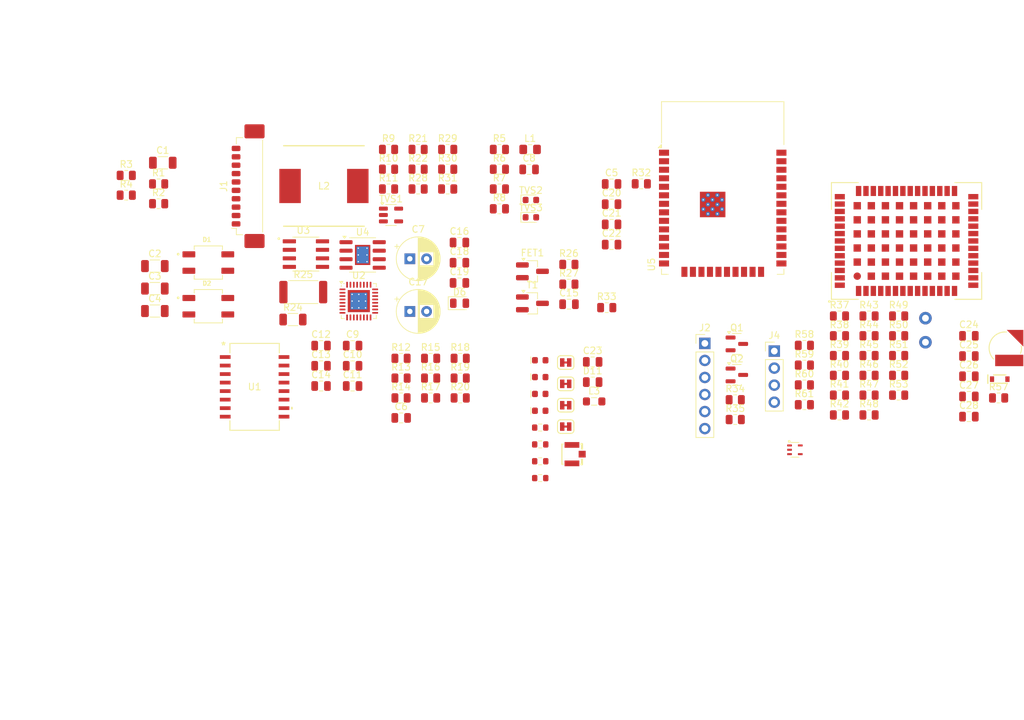
<source format=kicad_pcb>
(kicad_pcb (version 20241229) (generator "pcbnew") (generator_version "9.0")
  (layers (0 "F.Cu" signal) (2 "B.Cu" signal) (13 "F.Paste" user) (15 "B.Paste" user) (5 "F.SilkS" user "F.Silkscreen") (7 "B.SilkS" user "B.Silkscreen") (1 "F.Mask" user) (3 "B.Mask" user) (25 "Edge.Cuts" user))
  (net 0 "")
  (net 1 "VIN+")
  (net 2 "GND")
  (net 3 "+3.3V")
  (net 4 "Net-(U4-FB)")
  (net 5 "Net-(C18-Pad1)")
  (net 6 "Net-(D3-K)")
  (net 7 "Net-(C19-Pad1)")
  (net 8 "Net-(D6-K)")
  (net 9 "Net-(D6-A)")
  (net 10 "Net-(D5-K)")
  (net 11 "+3.3VLAN")
  (net 12 "Net-(U2-RBIAS)")
  (net 13 "VIN-")
  (net 14 "Net-(U3-CLASS)")
  (net 15 "Net-(U3-ILIM)")
  (net 16 "Net-(R24-Pad2)")
  (net 17 "Net-(U4-BS)")
  (net 18 "RD-")
  (net 19 "TD+")
  (net 20 "TD-")
  (net 21 "RD+")
  (net 22 "Net-(U2-RXD2{slash}~{RMIISEL})")
  (net 23 "Net-(U2-RXD3{slash}~{PHYAD2})")
  (net 25 "VDD1A")
  (net 29 "Net-(U2-~{RST})")
  (net 30 "Net-(U2-RXER{slash}RXD4{slash}~{PHYAD0})")
  (net 31 "Net-(U2-VDDCR)")
  (net 33 "Net-(D5-A)")
  (net 34 "Net-(U2-RXCLK{slash}~{PHYAD1})")
  (net 35 "Net-(U3-DET)")
  (net 37 "PSU_EN")
  (net 39 "Net-(J1-Pin_10)")
  (net 40 "Net-(J1-Pin_6)")
  (net 42 "Net-(J1-Pin_5)")
  (net 43 "Net-(J1-Pin_4)")
  (net 46 "Net-(J1-Pin_3)")
  (net 47 "Net-(J1-Pin_9)")
  (net 49 "Net-(C2-Pad1)")
  (net 53 "Net-(C1-Pad1)")
  (net 55 "Net-(C1-Pad2)")
  (net 56 "Net-(C2-Pad2)")
  (net 57 "Net-(C3-Pad2)")
  (net 58 "Net-(C4-Pad2)")
  (net 59 "Net-(C15-Pad1)")
  (net 60 "Net-(T1-C)")
  (net 62 "ESP_EN")
  (net 65 "ESP_IO0")
  (net 67 "ESP_TXD0")
  (net 70 "ESP_RXD0")
  (net 71 "ETH_RXD0")
  (net 80 "ETH_RXD1")
  (net 83 "ETH_RX_CRS_DV")
  (net 84 "ETH_MDIO")
  (net 85 "ETH_PHY_PWR")
  (net 86 "ETH_TX_EN")
  (net 87 "ETH_CLK_IN")
  (net 88 "ETH_TXD0")
  (net 89 "ETH_MDC")
  (net 90 "ETH_TXD1")
  (net 91 "/DTR")
  (net 92 "/CTS")
  (net 93 "Net-(Q1-B)")
  (net 94 "Net-(Q2-B)")
  (net 95 "Net-(R37-Pad1)")
  (net 96 "Net-(U6-~{RESET})")
  (net 97 "~{GNSS_RESET}")
  (net 98 "Net-(R39-Pad1)")
  (net 99 "Net-(U6-TXD1)")
  (net 100 "GNSS_TXD1")
  (net 101 "GNSS_RXD1")
  (net 102 "Net-(U6-RXD1)")
  (net 103 "GNSS_TXD2")
  (net 104 "Net-(U6-TXD2)")
  (net 105 "GNSS_RXD2")
  (net 106 "Net-(U6-RXD2)")
  (net 107 "GNSS_TXD3")
  (net 108 "Net-(U6-TXD3)")
  (net 109 "GNSS_RXD3")
  (net 110 "Net-(U6-RXD3)")
  (net 111 "GNSS_ERR_STAT")
  (net 112 "Net-(U6-ERR_STAT)")
  (net 113 "Net-(U6-RTK_STAT)")
  (net 114 "GNSS_RTK_STAT")
  (net 115 "GNSS_PVT_STAT")
  (net 116 "Net-(U6-PVT_STAT)")
  (net 117 "Net-(U6-PPS)")
  (net 118 "GNSS_PPS")
  (net 119 "GNSS_EVENT")
  (net 120 "Net-(U6-EVENT)")
  (net 121 "Net-(U6-BIF_28)")
  (net 122 "Net-(U6-BIF_29)")
  (net 133 "GNSS_V_BCKP")
  (net 148 "Net-(U6-ANT_IN)")
  (net 149 "Net-(D11-A2)")
  (net 150 "Net-(D4-A)")
  (net 151 "Net-(D7-A)")
  (net 152 "Net-(D8-A)")
  (net 153 "Net-(D9-A)")
  (net 154 "Net-(JP2-A)")
  (net 155 "3.3V")
  (net 156 "PPS")
  (net 157 "Net-(JP3-A)")
  (net 158 "PVT_STAT")
  (net 159 "Net-(JP4-A)")
  (net 160 "RTK_STAT")
  (net 161 "Net-(JP5-A)")
  (net 162 "Net-(U6-VCC_RF)")
  (net 163 "Net-(D10-PadC)")
  (footprint "Resistor_SMD:R_0805_2012Metric" (layer "F.Cu") (at 163.252 99.1)
    (property "Reference" "R51" (at 0 -1.65 0) (layer "F.SilkS"))
    (property "Value" "33R")
    (pad "1" smd roundrect (at -0.9125 0) (size 1.025 1.4) (layers "F.Cu" "F.Mask" "F.Paste") (roundrect_rratio 0.243902) (net 98 "Net-(R39-Pad1)"))
    (pad "2" smd roundrect (at 0.9125 0) (size 1.025 1.4) (layers "F.Cu" "F.Mask" "F.Paste") (roundrect_rratio 0.243902) (net 121 "Net-(U6-BIF_28)"))
  )
  (footprint "Resistor_SMD:R_0805_2012Metric" (layer "F.Cu") (at 91.6195 68.366)
    (property "Reference" "R21" (at 0 -1.65 0) (layer "F.SilkS"))
    (property "Value" "4.42K")
    (pad "1" smd roundrect (at -0.9125 0) (size 1.025 1.4) (layers "F.Cu" "F.Mask" "F.Paste") (roundrect_rratio 0.243902) (net 14 "Net-(U3-CLASS)"))
    (pad "2" smd roundrect (at 0.9125 0) (size 1.025 1.4) (layers "F.Cu" "F.Mask" "F.Paste") (roundrect_rratio 0.243902) (net 13 "VIN-"))
  )
  (footprint "Resistor_SMD:R_0805_2012Metric" (layer "F.Cu") (at 154.432 107.95)
    (property "Reference" "R42" (at 0 -1.65 0) (layer "F.SilkS"))
    (property "Value" "33R")
    (pad "1" smd roundrect (at -0.9125 0) (size 1.025 1.4) (layers "F.Cu" "F.Mask" "F.Paste") (roundrect_rratio 0.243902) (net 104 "Net-(U6-TXD2)"))
    (pad "2" smd roundrect (at 0.9125 0) (size 1.025 1.4) (layers "F.Cu" "F.Mask" "F.Paste") (roundrect_rratio 0.243902) (net 103 "GNSS_TXD2"))
  )
  (footprint "Package_TO_SOT_SMD:SOT-23-5" (layer "F.Cu") (at 87.5795 78.141)
    (property "Reference" "TVS1" (at 0 -2.4 0) (layer "F.SilkS"))
    (property "Value" "ESDS314DBVR")
    (pad "1" smd roundrect (at -1.1375 -0.95) (size 1.325 0.6) (layers "F.Cu" "F.Mask" "F.Paste") (net 19 "TD+"))
    (pad "2" smd roundrect (at -1.1375 0) (size 1.325 0.6) (layers "F.Cu" "F.Mask" "F.Paste") (net 2 "GND"))
    (pad "3" smd roundrect (at -1.1375 0.95) (size 1.325 0.6) (layers "F.Cu" "F.Mask" "F.Paste") (net 20 "TD-"))
    (pad "4" smd roundrect (at 1.1375 0.95) (size 1.325 0.6) (layers "F.Cu" "F.Mask" "F.Paste") (net 18 "RD-"))
    (pad "5" smd roundrect (at 1.1375 -0.95) (size 1.325 0.6) (layers "F.Cu" "F.Mask" "F.Paste") (net 21 "RD+"))
  )
  (footprint "Capacitor_SMD:C_0805_2012Metric" (layer "F.Cu") (at 114.112 91.44)
    (property "Reference" "C15" (at 0 -1.68 0) (layer "F.SilkS"))
    (property "Value" "22uF")
    (pad "1" smd roundrect (at -0.95 0) (size 1 1.45) (layers "F.Cu" "F.Mask" "F.Paste") (net 59 "Net-(C15-Pad1)"))
    (pad "2" smd roundrect (at 0.95 0) (size 1 1.45) (layers "F.Cu" "F.Mask" "F.Paste") (net 3 "+3.3V"))
  )
  (footprint "Diode_SMD:D_0603_1608Metric" (layer "F.Cu") (at 108.4325 75.896)
    (property "Reference" "TVS2" (at 0 -1.43 0) (layer "F.SilkS"))
    (property "Value" "GG0603052R542P")
    (pad "1" smd roundrect (at -0.7875 0) (size 0.875 0.95) (layers "F.Cu" "F.Mask" "F.Paste") (net 20 "TD-"))
    (pad "2" smd roundrect (at 0.7875 0) (size 0.875 0.95) (layers "F.Cu" "F.Mask" "F.Paste") (net 19 "TD+"))
  )
  (footprint "GNSS Board:SOIC127P599X175-8N" (layer "F.Cu") (at 74.8945 83.9685)
    (property "Reference" "U3" (at -0.385 -3.537 0) (layer "F.SilkS"))
    (property "Value" "TPS2375D")
    (pad "1" smd roundrect (at -2.47 -1.905) (size 1.97 0.6) (layers "F.Cu" "F.Mask" "F.Paste") (roundrect_rratio 0.125) (net 15 "Net-(U3-ILIM)"))
    (pad "2" smd roundrect (at -2.47 -0.635) (size 1.97 0.6) (layers "F.Cu" "F.Mask" "F.Paste") (roundrect_rratio 0.125) (net 14 "Net-(U3-CLASS)"))
    (pad "3" smd roundrect (at -2.47 0.635) (size 1.97 0.6) (layers "F.Cu" "F.Mask" "F.Paste") (roundrect_rratio 0.125) (net 35 "Net-(U3-DET)"))
    (pad "4" smd roundrect (at -2.47 1.905) (size 1.97 0.6) (layers "F.Cu" "F.Mask" "F.Paste") (roundrect_rratio 0.125) (net 13 "VIN-"))
    (pad "5" smd roundrect (at 2.47 1.905) (size 1.97 0.6) (layers "F.Cu" "F.Mask" "F.Paste") (roundrect_rratio 0.125) (net 2 "GND"))
    (pad "6" smd roundrect (at 2.47 0.635) (size 1.97 0.6) (layers "F.Cu" "F.Mask" "F.Paste") (roundrect_rratio 0.125) (net 37 "PSU_EN"))
    (pad "7" smd roundrect (at 2.47 -0.635) (size 1.97 0.6) (layers "F.Cu" "F.Mask" "F.Paste") (roundrect_rratio 0.125))
    (pad "8" smd roundrect (at 2.47 -1.905) (size 1.97 0.6) (layers "F.Cu" "F.Mask" "F.Paste") (roundrect_rratio 0.125) (net 1 "VIN+"))
  )
  (footprint "Resistor_SMD:R_0805_2012Metric" (layer "F.Cu") (at 103.7355 74.266)
    (property "Reference" "R7" (at 0 -1.65 0) (layer "F.SilkS"))
    (property "Value" "49.9R")
    (pad "1" smd roundrect (at -0.9125 0) (size 1.025 1.4) (layers "F.Cu" "F.Mask" "F.Paste") (roundrect_rratio 0.243902) (net 25 "VDD1A"))
    (pad "2" smd roundrect (at 0.9125 0) (size 1.025 1.4) (layers "F.Cu" "F.Mask" "F.Paste") (roundrect_rratio 0.243902) (net 21 "RD+"))
  )
  (footprint "SparkFun-LED:LED_0603_1608Metric_Red" (layer "F.Cu") (at 109.823 99.792)
    (property "Reference" "D4")
    (property "Value" "Red")
    (pad "1" smd roundrect (at -0.7875 0) (size 0.875 0.95) (layers "F.Cu" "F.Mask" "F.Paste") (net 2 "GND"))
    (pad "2" smd roundrect (at 0.7875 0) (size 0.875 0.95) (layers "F.Cu" "F.Mask" "F.Paste") (net 150 "Net-(D4-A)"))
  )
  (footprint "Resistor_SMD:R_0805_2012Metric" (layer "F.Cu") (at 91.6195 71.316)
    (property "Reference" "R22" (at 0 -1.65 0) (layer "F.SilkS"))
    (property "Value" "180K")
    (pad "1" smd roundrect (at -0.9125 0) (size 1.025 1.4) (layers "F.Cu" "F.Mask" "F.Paste") (roundrect_rratio 0.243902) (net 15 "Net-(U3-ILIM)"))
    (pad "2" smd roundrect (at 0.9125 0) (size 1.025 1.4) (layers "F.Cu" "F.Mask" "F.Paste") (roundrect_rratio 0.243902) (net 13 "VIN-"))
  )
  (footprint "Capacitor_SMD:C_1206_3216Metric" (layer "F.Cu") (at 52.373 92.456)
    (property "Reference" "C4" (at 0 -1.85 0) (layer "F.SilkS"))
    (property "Value" "1nF")
    (pad "1" smd roundrect (at -1.475 0) (size 1.15 1.8) (layers "F.Cu" "F.Mask" "F.Paste") (roundrect_rratio 0.217391) (net 39 "Net-(J1-Pin_10)"))
    (pad "2" smd roundrect (at 1.475 0) (size 1.15 1.8) (layers "F.Cu" "F.Mask" "F.Paste") (roundrect_rratio 0.217391) (net 58 "Net-(C4-Pad2)"))
  )
  (footprint "Resistor_SMD:R_0805_2012Metric" (layer "F.Cu") (at 97.8935 99.51)
    (property "Reference" "R18" (at 0 -1.65 0) (layer "F.SilkS"))
    (property "Value" "2.2K")
    (pad "1" smd roundrect (at -0.9125 0) (size 1.025 1.4) (layers "F.Cu" "F.Mask" "F.Paste") (roundrect_rratio 0.243902) (net 83 "ETH_RX_CRS_DV"))
    (pad "2" smd roundrect (at 0.9125 0) (size 1.025 1.4) (layers "F.Cu" "F.Mask" "F.Paste") (roundrect_rratio 0.243902) (net 11 "+3.3VLAN"))
  )
  (footprint "Connector_Molex:Molex_PicoBlade_53398-1071_1x10-1MP_P1.25mm_Vertical" (layer "F.Cu") (at 65.731 73.842 90)
    (property "Reference" "J1" (at 0 -3.1 90) (layer "F.SilkS"))
    (property "Value" "Conn_01x10_Pin")
    (pad "1" smd roundrect (at -5.625 -1.25 90) (size 0.8 1.3) (layers "F.Cu" "F.Mask" "F.Paste"))
    (pad "2" smd roundrect (at -4.375 -1.25 90) (size 0.8 1.3) (layers "F.Cu" "F.Mask" "F.Paste"))
    (pad "3" smd roundrect (at -3.125 -1.25 90) (size 0.8 1.3) (layers "F.Cu" "F.Mask" "F.Paste") (net 46 "Net-(J1-Pin_3)"))
    (pad "4" smd roundrect (at -1.875 -1.25 90) (size 0.8 1.3) (layers "F.Cu" "F.Mask" "F.Paste") (net 43 "Net-(J1-Pin_4)"))
    (pad "5" smd roundrect (at -0.625 -1.25 90) (size 0.8 1.3) (layers "F.Cu" "F.Mask" "F.Paste") (net 42 "Net-(J1-Pin_5)"))
    (pad "6" smd roundrect (at 0.625 -1.25 90) (size 0.8 1.3) (layers "F.Cu" "F.Mask" "F.Paste") (net 40 "Net-(J1-Pin_6)"))
    (pad "7" smd roundrect (at 1.875 -1.25 90) (size 0.8 1.3) (layers "F.Cu" "F.Mask" "F.Paste"))
    (pad "8" smd roundrect (at 3.125 -1.25 90) (size 0.8 1.3) (layers "F.Cu" "F.Mask" "F.Paste"))
    (pad "9" smd roundrect (at 4.375 -1.25 90) (size 0.8 1.3) (layers "F.Cu" "F.Mask" "F.Paste") (net 47 "Net-(J1-Pin_9)"))
    (pad "10" smd roundrect (at 5.625 -1.25 90) (size 0.8 1.3) (layers "F.Cu" "F.Mask" "F.Paste") (net 39 "Net-(J1-Pin_10)"))
    (pad "MP" smd roundrect (at -8.175 1.5 90) (size 2.1 3) (layers "F.Cu" "F.Mask" "F.Paste") (roundrect_rratio 0.119048))
    (pad "MP" smd roundrect (at 8.175 1.5 90) (size 2.1 3) (layers "F.Cu" "F.Mask" "F.Paste") (roundrect_rratio 0.119048))
  )
  (footprint "Capacitor_SMD:C_0805_2012Metric" (layer "F.Cu") (at 120.462 73.52)
    (property "Reference" "C5" (at 0 -1.68 0) (layer "F.SilkS"))
    (property "Value" "100nF")
    (pad "1" smd roundrect (at -0.95 0) (size 1 1.45) (layers "F.Cu" "F.Mask" "F.Paste") (net 25 "VDD1A"))
    (pad "2" smd roundrect (at 0.95 0) (size 1 1.45) (layers "F.Cu" "F.Mask" "F.Paste") (net 2 "GND"))
  )
  (footprint "Resistor_SMD:R_1206_3216Metric" (layer "F.Cu") (at 72.9595 93.726)
    (property "Reference" "R24" (at 0 -1.82 0) (layer "F.SilkS"))
    (property "Value" "0.03R")
    (pad "1" smd roundrect (at -1.4625 0) (size 1.125 1.75) (layers "F.Cu" "F.Mask" "F.Paste") (roundrect_rratio 0.222222) (net 1 "VIN+"))
    (pad "2" smd roundrect (at 1.4625 0) (size 1.125 1.75) (layers "F.Cu" "F.Mask" "F.Paste") (roundrect_rratio 0.222222) (net 16 "Net-(R24-Pad2)"))
  )
  (footprint "SparkFun-GPS:UM980" (layer "F.Cu") (at 164.4347 82.01)
    (property "Reference" "U6")
    (property "Value" "UM980")
    (pad "1" smd rect (at -7.15 7.45) (size 0.8 1.5) (layers "F.Cu" "F.Mask" "F.Paste") (net 2 "GND"))
    (pad "2" smd rect (at -6.05 7.45) (size 0.8 1.5) (layers "F.Cu" "F.Mask" "F.Paste") (net 148 "Net-(U6-ANT_IN)"))
    (pad "3" smd rect (at -4.95 7.45) (size 0.8 1.5) (layers "F.Cu" "F.Mask" "F.Paste") (net 2 "GND"))
    (pad "4" smd rect (at -3.85 7.45) (size 0.8 1.5) (layers "F.Cu" "F.Mask" "F.Paste"))
    (pad "5" smd rect (at -2.75 7.45) (size 0.8 1.5) (layers "F.Cu" "F.Mask" "F.Paste"))
    (pad "6" smd rect (at -1.65 7.45) (size 0.8 1.5) (layers "F.Cu" "F.Mask" "F.Paste"))
    (pad "7" smd rect (at -0.55 7.45) (size 0.8 1.5) (layers "F.Cu" "F.Mask" "F.Paste") (net 162 "Net-(U6-VCC_RF)"))
    (pad "8" smd rect (at 0.55 7.45) (size 0.8 1.5) (layers "F.Cu" "F.Mask" "F.Paste"))
    (pad "9" smd rect (at 1.65 7.45) (size 0.8 1.5) (layers "F.Cu" "F.Mask" "F.Paste"))
    (pad "10" smd rect (at 2.75 7.45) (size 0.8 1.5) (layers "F.Cu" "F.Mask" "F.Paste"))
    (pad "11" smd rect (at 3.85 7.45) (size 0.8 1.5) (layers "F.Cu" "F.Mask" "F.Paste"))
    (pad "12" smd rect (at 4.95 7.45) (size 0.8 1.5) (layers "F.Cu" "F.Mask" "F.Paste") (net 2 "GND"))
    (pad "13" smd rect (at 6.05 7.45) (size 0.8 1.5) (layers "F.Cu" "F.Mask" "F.Paste"))
    (pad "14" smd rect (at 7.15 7.45) (size 0.8 1.5) (layers "F.Cu" "F.Mask" "F.Paste") (net 2 "GND"))
    (pad "15" smd rect (at 9.95 6.6 270) (size 0.8 1.5) (layers "F.Cu" "F.Mask" "F.Paste"))
    (pad "16" smd rect (at 9.95 5.5 270) (size 0.8 1.5) (layers "F.Cu" "F.Mask" "F.Paste"))
    (pad "17" smd rect (at 9.95 4.4 270) (size 0.8 1.5) (layers "F.Cu" "F.Mask" "F.Paste"))
    (pad "18" smd rect (at 9.95 3.3 270) (size 0.8 1.5) (layers "F.Cu" "F.Mask" "F.Paste"))
    (pad "19" smd rect (at 9.95 2.2 270) (size 0.8 1.5) (layers "F.Cu" "F.Mask" "F.Paste") (net 116 "Net-(U6-PVT_STAT)"))
    (pad "20" smd rect (at 9.95 1.1 270) (size 0.8 1.5) (layers "F.Cu" "F.Mask" "F.Paste") (net 113 "Net-(U6-RTK_STAT)"))
    (pad "21" smd rect (at 9.95 0 270) (size 0.8 1.5) (layers "F.Cu" "F.Mask" "F.Paste") (net 112 "Net-(U6-ERR_STAT)"))
    (pad "22" smd rect (at 9.95 -1.1 270) (size 0.8 1.5) (layers "F.Cu" "F.Mask" "F.Paste"))
    (pad "23" smd rect (at 9.95 -2.2 270) (size 0.8 1.5) (layers "F.Cu" "F.Mask" "F.Paste"))
    (pad "24" smd rect (at 9.95 -3.3 270) (size 0.8 1.5) (layers "F.Cu" "F.Mask" "F.Paste"))
    (pad "25" smd rect (at 9.95 -4.4 270) (size 0.8 1.5) (layers "F.Cu" "F.Mask" "F.Paste"))
    (pad "26" smd rect (at 9.95 -5.5 270) (size 0.8 1.5) (layers "F.Cu" "F.Mask" "F.Paste") (net 106 "Net-(U6-RXD2)"))
    (pad "27" smd rect (at 9.95 -6.6 270) (size 0.8 1.5) (layers "F.Cu" "F.Mask" "F.Paste") (net 104 "Net-(U6-TXD2)"))
    (pad "28" smd rect (at 7.15 -7.45 180) (size 0.8 1.5) (layers "F.Cu" "F.Mask" "F.Paste") (net 121 "Net-(U6-BIF_28)"))
    (pad "29" smd rect (at 6.05 -7.45 180) (size 0.8 1.5) (layers "F.Cu" "F.Mask" "F.Paste") (net 122 "Net-(U6-BIF_29)"))
    (pad "30" smd rect (at 4.95 -7.45 180) (size 0.8 1.5) (layers "F.Cu" "F.Mask" "F.Paste") (net 108 "Net-(U6-TXD3)"))
    (pad "31" smd rect (at 3.85 -7.45 180) (size 0.8 1.5) (layers "F.Cu" "F.Mask" "F.Paste") (net 110 "Net-(U6-RXD3)"))
    (pad "32" smd rect (at 2.75 -7.45 180) (size 0.8 1.5) (layers "F.Cu" "F.Mask" "F.Paste") (net 2 "GND"))
    (pad "33" smd rect (at 1.65 -7.45 180) (size 0.8 1.5) (layers "F.Cu" "F.Mask" "F.Paste") (net 3 "+3.3V"))
    (pad "34" smd rect (at 0.55 -7.45 180) (size 0.8 1.5) (layers "F.Cu" "F.Mask" "F.Paste") (net 3 "+3.3V"))
    (pad "35" smd rect (at -0.55 -7.45 180) (size 0.8 1.5) (layers "F.Cu" "F.Mask" "F.Paste"))
    (pad "36" smd rect (at -1.65 -7.45 180) (size 0.8 1.5) (layers "F.Cu" "F.Mask" "F.Paste") (net 133 "GNSS_V_BCKP"))
    (pad "37" smd rect (at -2.75 -7.45 180) (size 0.8 1.5) (layers "F.Cu" "F.Mask" "F.Paste") (net 2 "GND"))
    (pad "38" smd rect (at -3.85 -7.45 180) (size 0.8 1.5) (layers "F.Cu" "F.Mask" "F.Paste"))
    (pad "39" smd rect (at -4.95 -7.45 180) (size 0.8 1.5) (layers "F.Cu" "F.Mask" "F.Paste"))
    (pad "40" smd rect (at -6.05 -7.45 180) (size 0.8 1.5) (layers "F.Cu" "F.Mask" "F.Paste"))
    (pad "41" smd rect (at -7.15 -7.45 180) (size 0.8 1.5) (layers "F.Cu" "F.Mask" "F.Paste") (net 2 "GND"))
    (pad "42" smd rect (at -9.95 -6.6 90) (size 0.8 1.5) (layers "F.Cu" "F.Mask" "F.Paste") (net 99 "Net-(U6-TXD1)"))
    (pad "43" smd rect (at -9.95 -5.5 90) (size 0.8 1.5) (layers "F.Cu" "F.Mask" "F.Paste") (net 102 "Net-(U6-RXD1)"))
    (pad "44" smd rect (at -9.95 -4.4 90) (size 0.8 1.5) (layers "F.Cu" "F.Mask" "F.Paste"))
    (pad "45" smd rect (at -9.95 -3.3 90) (size 0.8 1.5) (layers "F.Cu" "F.Mask" "F.Paste"))
    (pad "46" smd rect (at -9.95 -2.2 90) (size 0.8 1.5) (layers "F.Cu" "F.Mask" "F.Paste"))
    (pad "47" smd rect (at -9.95 -1.1 90) (size 0.8 1.5) (layers "F.Cu" "F.Mask" "F.Paste"))
    (pad "48" smd rect (at -9.95 0 90) (size 0.8 1.5) (layers "F.Cu" "F.Mask" "F.Paste") (net 2 "GND"))
    (pad "49" smd rect (at -9.95 1.1 90) (size 0.8 1.5) (layers "F.Cu" "F.Mask" "F.Paste") (net 96 "Net-(U6-~{RESET})"))
    (pad "50" smd rect (at -9.95 2.2 90) (size 0.8 1.5) (layers "F.Cu" "F.Mask" "F.Paste"))
    (pad "51" smd rect (at -9.95 3.3 90) (size 0.8 1.5) (layers "F.Cu" "F.Mask" "F.Paste") (net 120 "Net-(U6-EVENT)"))
    (pad "52" smd rect (at -9.95 4.4 90) (size 0.8 1.5) (layers "F.Cu" "F.Mask" "F.Paste"))
    (pad "53" smd rect (at -9.95 5.5 90) (size 0.8 1.5) (layers "F.Cu" "F.Mask" "F.Paste") (net 117 "Net-(U6-PPS)"))
    (pad "54" smd rect (at -9.95 6.6 90) (size 0.8 1.5) (layers "F.Cu" "F.Mask" "F.Paste"))
    (pad "55" smd rect (at -7.35 -5.25) (size 1.1 1.1) (layers "F.Cu" "F.Mask" "F.Paste") (net 2 "GND"))
    (pad "56" smd rect (at -7.35 -3.15) (size 1.1 1.1) (layers "F.Cu" "F.Mask" "F.Paste") (net 2 "GND"))
    (pad "57" smd rect (at -7.35 -1.05) (size 1.1 1.1) (layers "F.Cu" "F.Mask" "F.Paste") (net 2 "GND"))
    (pad "58" smd rect (at -7.35 1.05) (size 1.1 1.1) (layers "F.Cu" "F.Mask" "F.Paste") (net 2 "GND"))
    (pad "59" smd rect (at -7.35 3.15) (size 1.1 1.1) (layers "F.Cu" "F.Mask" "F.Paste") (net 2 "GND"))
    (pad "60" smd circle (at -7.35 5.25) (size 1.1 1.1) (layers "F.Cu" "F.Mask" "F.Paste") (net 2 "GND"))
    (pad "61" smd rect (at -5.25 -5.25) (size 1.1 1.1) (layers "F.Cu" "F.Mask" "F.Paste") (net 2 "GND"))
    (pad "62" smd rect (at -5.25 -3.15) (size 1.1 1.1) (layers "F.Cu" "F.Mask" "F.Paste") (net 2 "GND"))
    (pad "63" smd rect (at -5.25 -1.05) (size 1.1 1.1) (layers "F.Cu" "F.Mask" "F.Paste") (net 2 "GND"))
    (pad "64" smd rect (at -5.25 1.05) (size 1.1 1.1) (layers "F.Cu" "F.Mask" "F.Paste") (net 2 "GND"))
    (pad "65" smd rect (at -5.25 3.15) (size 1.1 1.1) (layers "F.Cu" "F.Mask" "F.Paste") (net 2 "GND"))
    (pad "66" smd rect (at -5.25 5.25) (size 1.1 1.1) (layers "F.Cu" "F.Mask" "F.Paste") (net 2 "GND"))
    (pad "67" smd rect (at -3.15 -5.25) (size 1.1 1.1) (layers "F.Cu" "F.Mask" "F.Paste") (net 2 "GND"))
    (pad "68" smd rect (at -3.15 -3.15) (size 1.1 1.1) (layers "F.Cu" "F.Mask" "F.Paste") (net 2 "GND"))
    (pad "69" smd rect (at -3.15 -1.05) (size 1.1 1.1) (layers "F.Cu" "F.Mask" "F.Paste") (net 2 "GND"))
    (pad "70" smd rect (at -3.15 1.05) (size 1.1 1.1) (layers "F.Cu" "F.Mask" "F.Paste") (net 2 "GND"))
    (pad "71" smd rect (at -3.15 3.15) (size 1.1 1.1) (layers "F.Cu" "F.Mask" "F.Paste") (net 2 "GND"))
    (pad "72" smd rect (at -3.15 5.25) (size 1.1 1.1) (layers "F.Cu" "F.Mask" "F.Paste") (net 2 "GND"))
    (pad "73" smd rect (at -1.05 -5.25) (size 1.1 1.1) (layers "F.Cu" "F.Mask" "F.Paste") (net 2 "GND"))
    (pad "74" smd rect (at -1.05 -3.15) (size 1.1 1.1) (layers "F.Cu" "F.Mask" "F.Paste") (net 2 "GND"))
    (pad "75" smd rect (at -1.05 -1.05) (size 1.1 1.1) (layers "F.Cu" "F.Mask" "F.Paste") (net 2 "GND"))
    (pad "76" smd rect (at -1.05 1.05) (size 1.1 1.1) (layers "F.Cu" "F.Mask" "F.Paste") (net 2 "GND"))
    (pad "77" smd rect (at -1.05 3.15) (size 1.1 1.1) (layers "F.Cu" "F.Mask" "F.Paste") (net 2 "GND"))
    (pad "78" smd rect (at -1.05 5.25) (size 1.1 1.1) (layers "F.Cu" "F.Mask" "F.Paste") (net 2 "GND"))
    (pad "79" smd rect (at 1.05 -5.25) (size 1.1 1.1) (layers "F.Cu" "F.Mask" "F.Paste") (net 2 "GND"))
    (pad "80" smd rect (at 1.05 -3.15) (size 1.1 1.1) (layers "F.Cu" "F.Mask" "F.Paste") (net 2 "GND"))
    (pad "81" smd rect (at 1.05 -1.05) (size 1.1 1.1) (layers "F.Cu" "F.Mask" "F.Paste") (net 2 "GND"))
    (pad "82" smd rect (at 1.05 1.05) (size 1.1 1.1) (layers "F.Cu" "F.Mask" "F.Paste") (net 2 "GND"))
    (pad "83" smd rect (at 1.05 3.15) (size 1.1 1.1) (layers "F.Cu" "F.Mask" "F.Paste") (net 2 "GND"))
    (pad "84" smd rect (at 1.05 5.25) (size 1.1 1.1) (layers "F.Cu" "F.Mask" "F.Paste") (net 2 "GND"))
    (pad "85" smd rect (at 3.15 -5.25) (size 1.1 1.1) (layers "F.Cu" "F.Mask" "F.Paste") (net 2 "GND"))
    (pad "86" smd rect (at 3.15 -3.15) (size 1.1 1.1) (layers "F.Cu" "F.Mask" "F.Paste") (net 2 "GND"))
    (pad "87" smd rect (at 3.15 -1.05) (size 1.1 1.1) (layers "F.Cu" "F.Mask" "F.Paste") (net 2 "GND"))
    (pad "88" smd rect (at 3.15 1.05) (size 1.1 1.1) (layers "F.Cu" "F.Mask" "F.Paste") (net 2 "GND"))
    (pad "89" smd rect (at 3.15 3.15) (size 1.1 1.1) (layers "F.Cu" "F.Mask" "F.Paste") (net 2 "GND"))
    (pad "90" smd rect (at 3.15 5.25) (size 1.1 1.1) (layers "F.Cu" "F.Mask" "F.Paste") (net 2 "GND"))
    (pad "91" smd rect (at 5.25 -5.25) (size 1.1 1.1) (layers "F.Cu" "F.Mask" "F.Paste") (net 2 "GND"))
    (pad "92" smd rect (at 5.25 -3.15) (size 1.1 1.1) (layers "F.Cu" "F.Mask" "F.Paste") (net 2 "GND"))
    (pad "93" smd rect (at 5.25 -1.05) (size 1.1 1.1) (layers "F.Cu" "F.Mask" "F.Paste") (net 2 "GND"))
    (pad "94" smd rect (at 5.25 1.05) (size 1.1 1.1) (layers "F.Cu" "F.Mask" "F.Paste") (net 2 "GND"))
    (pad "95" smd rect (at 5.25 3.15) (size 1.1 1.1) (layers "F.Cu" "F.Mask" "F.Paste") (net 2 "GND"))
    (pad "96" smd rect (at 5.25 5.25) (size 1.1 1.1) (layers "F.Cu" "F.Mask" "F.Paste") (net 2 "GND"))
    (pad "97" smd rect (at 7.35 -5.25) (size 1.1 1.1) (layers "F.Cu" "F.Mask" "F.Paste") (net 2 "GND"))
    (pad "98" smd rect (at 7.35 -3.15) (size 1.1 1.1) (layers "F.Cu" "F.Mask" "F.Paste") (net 2 "GND"))
    (pad "99" smd rect (at 7.35 -1.05) (size 1.1 1.1) (layers "F.Cu" "F.Mask" "F.Paste") (net 2 "GND"))
    (pad "100" smd rect (at 7.35 1.05) (size 1.1 1.1) (layers "F.Cu" "F.Mask" "F.Paste") (net 2 "GND"))
    (pad "101" smd rect (at 7.35 3.15) (size 1.1 1.1) (layers "F.Cu" "F.Mask" "F.Paste") (net 2 "GND"))
    (pad "102" smd rect (at 7.35 5.25) (size 1.1 1.1) (layers "F.Cu" "F.Mask" "F.Paste") (net 2 "GND"))
  )
  (footprint "Resistor_SMD:R_0805_2012Metric" (layer "F.Cu") (at 103.7355 77.216)
    (property "Reference" "R8" (at 0 -1.65 0) (layer "F.SilkS"))
    (property "Value" "49.9R")
    (pad "1" smd roundrect (at -0.9125 0) (size 1.025 1.4) (layers "F.Cu" "F.Mask" "F.Paste") (roundrect_rratio 0.243902) (net 25 "VDD1A"))
    (pad "2" smd roundrect (at 0.9125 0) (size 1.025 1.4) (layers "F.Cu" "F.Mask" "F.Paste") (roundrect_rratio 0.243902) (net 18 "RD-"))
  )
  (footprint "Resistor_SMD:R_0805_2012Metric" (layer "F.Cu") (at 48.1095 72.234)
    (property "Reference" "R3" (at 0 -1.65 0) (layer "F.SilkS"))
    (property "Value" "75R")
    (pad "1" smd roundrect (at -0.9125 0) (size 1.025 1.4) (layers "F.Cu" "F.Mask" "F.Paste") (roundrect_rratio 0.243902) (net 57 "Net-(C3-Pad2)"))
    (pad "2" smd roundrect (at 0.9125 0) (size 1.025 1.4) (layers "F.Cu" "F.Mask" "F.Paste") (roundrect_rratio 0.243902) (net 2 "GND"))
  )
  (footprint "Resistor_SMD:R_0805_2012Metric" (layer "F.Cu") (at 154.432 102.05)
    (property "Reference" "R40" (at 0 -1.65 0) (layer "F.SilkS"))
    (property "Value" "33R")
    (pad "1" smd roundrect (at -0.9125 0) (size 1.025 1.4) (layers "F.Cu" "F.Mask" "F.Paste") (roundrect_rratio 0.243902) (net 99 "Net-(U6-TXD1)"))
    (pad "2" smd roundrect (at 0.9125 0) (size 1.025 1.4) (layers "F.Cu" "F.Mask" "F.Paste") (roundrect_rratio 0.243902) (net 100 "GNSS_TXD1"))
  )
  (footprint "SparkFun-Battery:ML414H_IV01E" (layer "F.Cu") (at 179.1445 97.974)
    (property "Reference" "BT1")
    (property "Value" "6.8mm")
    (pad "+" smd custom (at 2.05 -2.1525) (size 1.105 1.105) (layers "F.Cu") (net 133 "GNSS_V_BCKP") (options (clearance outline) (anchor circle)) (primitives (gr_poly (pts (xy -0.65 -0.5525) (xy 0.65 -0.5525) (xy 0.65 0.5525) (xy -0.65 0.5525)) (width 0) (fill yes)) (gr_poly (pts (xy 0.655 1.932855) (xy -1.830355 -0.5525) (xy 0.655 -0.5525)) (width 0) (fill yes))))
    (pad "-" smd rect (at 0.6 1.85) (size 4.2 1.7) (layers "F.Cu") (net 2 "GND"))
  )
  (footprint "Resistor_SMD:R_0805_2012Metric" (layer "F.Cu") (at 96.0295 68.366)
    (property "Reference" "R29" (at 0 -1.65 0) (layer "F.SilkS"))
    (property "Value" "95.3K")
    (pad "1" smd roundrect (at -0.9125 0) (size 1.025 1.4) (layers "F.Cu" "F.Mask" "F.Paste") (roundrect_rratio 0.243902) (net 4 "Net-(U4-FB)"))
    (pad "2" smd roundrect (at 0.9125 0) (size 1.025 1.4) (layers "F.Cu" "F.Mask" "F.Paste") (roundrect_rratio 0.243902) (net 2 "GND"))
  )
  (footprint "Resistor_SMD:R_0805_2012Metric" (layer "F.Cu") (at 89.0735 102.46)
    (property "Reference" "R13" (at 0 -1.65 0) (layer "F.SilkS"))
    (property "Value" "2.2K")
    (pad "1" smd roundrect (at -0.9125 0) (size 1.025 1.4) (layers "F.Cu" "F.Mask" "F.Paste") (roundrect_rratio 0.243902) (net 80 "ETH_RXD1"))
    (pad "2" smd roundrect (at 0.9125 0) (size 1.025 1.4) (layers "F.Cu" "F.Mask" "F.Paste") (roundrect_rratio 0.243902) (net 11 "+3.3VLAN"))
  )
  (footprint "Resistor_SMD:R_0805_2012Metric" (layer "F.Cu") (at 87.2095 74.266)
    (property "Reference" "R11" (at 0 -1.65 0) (layer "F.SilkS"))
    (property "Value" "12.1K")
    (pad "1" smd roundrect (at -0.9125 0) (size 1.025 1.4) (layers "F.Cu" "F.Mask" "F.Paste") (roundrect_rratio 0.243902) (net 12 "Net-(U2-RBIAS)"))
    (pad "2" smd roundrect (at 0.9125 0) (size 1.025 1.4) (layers "F.Cu" "F.Mask" "F.Paste") (roundrect_rratio 0.243902) (net 2 "GND"))
  )
  (footprint "Resistor_SMD:R_0805_2012Metric" (layer "F.Cu") (at 158.842 105)
    (property "Reference" "R47" (at 0 -1.65 0) (layer "F.SilkS"))
    (property "Value" "33R")
    (pad "1" smd roundrect (at -0.9125 0) (size 1.025 1.4) (layers "F.Cu" "F.Mask" "F.Paste") (roundrect_rratio 0.243902) (net 113 "Net-(U6-RTK_STAT)"))
    (pad "2" smd roundrect (at 0.9125 0) (size 1.025 1.4) (layers "F.Cu" "F.Mask" "F.Paste") (roundrect_rratio 0.243902) (net 114 "GNSS_RTK_STAT"))
  )
  (footprint "Resistor_SMD:R_0805_2012Metric" (layer "F.Cu") (at 158.842 93.2)
    (property "Reference" "R43" (at 0 -1.65 0) (layer "F.SilkS"))
    (property "Value" "33R")
    (pad "1" smd roundrect (at -0.9125 0) (size 1.025 1.4) (layers "F.Cu" "F.Mask" "F.Paste") (roundrect_rratio 0.243902) (net 106 "Net-(U6-RXD2)"))
    (pad "2" smd roundrect (at 0.9125 0) (size 1.025 1.4) (layers "F.Cu" "F.Mask" "F.Paste") (roundrect_rratio 0.243902) (net 105 "GNSS_RXD2"))
  )
  (footprint "Package_DFN_QFN:QFN-32-1EP_5x5mm_P0.5mm_EP3.3x3.3mm_ThermalVias" (layer "F.Cu") (at 82.7795 90.976)
    (property "Reference" "U2" (at 0 -3.83 0) (layer "F.SilkS"))
    (property "Value" "LAN8710A")
    (pad "1" smd roundrect (at -2.4375 -1.75) (size 0.875 0.25) (layers "F.Cu" "F.Mask" "F.Paste") (net 25 "VDD1A"))
    (pad "2" smd roundrect (at -2.4375 -1.25) (size 0.875 0.25) (layers "F.Cu" "F.Mask" "F.Paste") (net 8 "Net-(D6-K)"))
    (pad "3" smd roundrect (at -2.4375 -0.75) (size 0.875 0.25) (layers "F.Cu" "F.Mask" "F.Paste") (net 33 "Net-(D5-A)"))
    (pad "4" smd roundrect (at -2.4375 -0.25) (size 0.875 0.25) (layers "F.Cu" "F.Mask" "F.Paste"))
    (pad "5" smd roundrect (at -2.4375 0.25) (size 0.875 0.25) (layers "F.Cu" "F.Mask" "F.Paste") (net 87 "ETH_CLK_IN"))
    (pad "6" smd roundrect (at -2.4375 0.75) (size 0.875 0.25) (layers "F.Cu" "F.Mask" "F.Paste") (net 31 "Net-(U2-VDDCR)"))
    (pad "7" smd roundrect (at -2.4375 1.25) (size 0.875 0.25) (layers "F.Cu" "F.Mask" "F.Paste") (net 34 "Net-(U2-RXCLK{slash}~{PHYAD1})"))
    (pad "8" smd roundrect (at -2.4375 1.75) (size 0.875 0.25) (layers "F.Cu" "F.Mask" "F.Paste") (net 23 "Net-(U2-RXD3{slash}~{PHYAD2})"))
    (pad "9" smd roundrect (at -1.75 2.4375) (size 0.25 0.875) (layers "F.Cu" "F.Mask" "F.Paste") (net 22 "Net-(U2-RXD2{slash}~{RMIISEL})"))
    (pad "10" smd roundrect (at -1.25 2.4375) (size 0.25 0.875) (layers "F.Cu" "F.Mask" "F.Paste") (net 80 "ETH_RXD1"))
    (pad "11" smd roundrect (at -0.75 2.4375) (size 0.25 0.875) (layers "F.Cu" "F.Mask" "F.Paste") (net 71 "ETH_RXD0"))
    (pad "12" smd roundrect (at -0.25 2.4375) (size 0.25 0.875) (layers "F.Cu" "F.Mask" "F.Paste") (net 11 "+3.3VLAN"))
    (pad "13" smd roundrect (at 0.25 2.4375) (size 0.25 0.875) (layers "F.Cu" "F.Mask" "F.Paste") (net 30 "Net-(U2-RXER{slash}RXD4{slash}~{PHYAD0})"))
    (pad "14" smd roundrect (at 0.75 2.4375) (size 0.25 0.875) (layers "F.Cu" "F.Mask" "F.Paste"))
    (pad "15" smd roundrect (at 1.25 2.4375) (size 0.25 0.875) (layers "F.Cu" "F.Mask" "F.Paste") (net 83 "ETH_RX_CRS_DV"))
    (pad "16" smd roundrect (at 1.75 2.4375) (size 0.25 0.875) (layers "F.Cu" "F.Mask" "F.Paste") (net 84 "ETH_MDIO"))
    (pad "17" smd roundrect (at 2.4375 1.75) (size 0.875 0.25) (layers "F.Cu" "F.Mask" "F.Paste") (net 89 "ETH_MDC"))
    (pad "18" smd roundrect (at 2.4375 1.25) (size 0.875 0.25) (layers "F.Cu" "F.Mask" "F.Paste"))
    (pad "19" smd roundrect (at 2.4375 0.75) (size 0.875 0.25) (layers "F.Cu" "F.Mask" "F.Paste") (net 29 "Net-(U2-~{RST})"))
    (pad "20" smd roundrect (at 2.4375 0.25) (size 0.875 0.25) (layers "F.Cu" "F.Mask" "F.Paste"))
    (pad "21" smd roundrect (at 2.4375 -0.25) (size 0.875 0.25) (layers "F.Cu" "F.Mask" "F.Paste") (net 86 "ETH_TX_EN"))
    (pad "22" smd roundrect (at 2.4375 -0.75) (size 0.875 0.25) (layers "F.Cu" "F.Mask" "F.Paste") (net 88 "ETH_TXD0"))
    (pad "23" smd roundrect (at 2.4375 -1.25) (size 0.875 0.25) (layers "F.Cu" "F.Mask" "F.Paste") (net 90 "ETH_TXD1"))
    (pad "24" smd roundrect (at 2.4375 -1.75) (size 0.875 0.25) (layers "F.Cu" "F.Mask" "F.Paste") (net 2 "GND"))
    (pad "25" smd roundrect (at 1.75 -2.4375) (size 0.25 0.875) (layers "F.Cu" "F.Mask" "F.Paste") (net 2 "GND"))
    (pad "26" smd roundrect (at 1.25 -2.4375) (size 0.25 0.875) (layers "F.Cu" "F.Mask" "F.Paste"))
    (pad "27" smd roundrect (at 0.75 -2.4375) (size 0.25 0.875) (layers "F.Cu" "F.Mask" "F.Paste") (net 25 "VDD1A"))
    (pad "28" smd roundrect (at 0.25 -2.4375) (size 0.25 0.875) (layers "F.Cu" "F.Mask" "F.Paste") (net 20 "TD-"))
    (pad "29" smd roundrect (at -0.25 -2.4375) (size 0.25 0.875) (layers "F.Cu" "F.Mask" "F.Paste") (net 19 "TD+"))
    (pad "30" smd roundrect (at -0.75 -2.4375) (size 0.25 0.875) (layers "F.Cu" "F.Mask" "F.Paste") (net 18 "RD-"))
    (pad "31" smd roundrect (at -1.25 -2.4375) (size 0.25 0.875) (layers "F.Cu" "F.Mask" "F.Paste") (net 21 "RD+"))
    (pad "32" smd roundrect (at -1.75 -2.4375) (size 0.25 0.875) (layers "F.Cu" "F.Mask" "F.Paste") (net 12 "Net-(U2-RBIAS)"))
    (pad "33" thru_hole circle (at -1 -1) (size 0.5 0.5) (drill 0.2) (property pad_prop_heatsink) (layers "*.Cu") (net 2 "GND"))
    (pad "33" thru_hole circle (at -1 0) (size 0.5 0.5) (drill 0.2) (property pad_prop_heatsink) (layers "*.Cu") (net 2 "GND"))
    (pad "33" thru_hole circle (at -1 1) (size 0.5 0.5) (drill 0.2) (property pad_prop_heatsink) (layers "*.Cu") (net 2 "GND"))
    (pad "33" thru_hole circle (at 0 -1) (size 0.5 0.5) (drill 0.2) (property pad_prop_heatsink) (layers "*.Cu") (net 2 "GND"))
    (pad "33" thru_hole circle (at 0 0) (size 0.5 0.5) (drill 0.2) (property pad_prop_heatsink) (layers "*.Cu") (net 2 "GND"))
    (pad "33" smd rect (at 0 0) (size 2.5 2.5) (property pad_prop_heatsink) (layers "B.Cu") (net 2 "GND"))
    (pad "33" smd rect (at 0 0) (size 3.3 3.3) (property pad_prop_heatsink) (layers "F.Cu" "F.Mask") (net 2 "GND"))
    (pad "33" thru_hole circle (at 0 1) (size 0.5 0.5) (drill 0.2) (property pad_prop_heatsink) (layers "*.Cu") (net 2 "GND"))
    (pad "33" thru_hole circle (at 1 -1) (size 0.5 0.5) (drill 0.2) (property pad_prop_heatsink) (layers "*.Cu") (net 2 "GND"))
    (pad "33" thru_hole circle (at 1 0) (size 0.5 0.5) (drill 0.2) (property pad_prop_heatsink) (layers "*.Cu") (net 2 "GND"))
    (pad "33" thru_hole circle (at 1 1) (size 0.5 0.5) (drill 0.2) (property pad_prop_heatsink) (layers "*.Cu") (net 2 "GND"))
  )
  (footprint "Capacitor_SMD:C_0805_2012Metric" (layer "F.Cu") (at 117.643 100.042)
    (property "Reference" "C23" (at 0 -1.68 0) (layer "F.SilkS"))
    (property "Value" "100pF")
    (pad "1" smd roundrect (at -0.95 0) (size 1 1.45) (layers "F.Cu" "F.Mask" "F.Paste") (net 149 "Net-(D11-A2)"))
    (pad "2" smd roundrect (at 0.95 0) (size 1 1.45) (layers "F.Cu" "F.Mask" "F.Paste") (net 148 "Net-(U6-ANT_IN)"))
  )
  (footprint "Capacitor_SMD:C_1206_3216Metric" (layer "F.Cu") (at 52.373 89.106)
    (property "Reference" "C3" (at 0 -1.85 0) (layer "F.SilkS"))
    (property "Value" "1nF")
    (pad "1" smd roundrect (at -1.475 0) (size 1.15 1.8) (layers "F.Cu" "F.Mask" "F.Paste") (roundrect_rratio 0.217391) (net 47 "Net-(J1-Pin_9)"))
    (pad "2" smd roundrect (at 1.475 0) (size 1.15 1.8) (layers "F.Cu" "F.Mask" "F.Paste") (roundrect_rratio 0.217391) (net 57 "Net-(C3-Pad2)"))
  )
  (footprint "GNSS Board:SOIC245P670X290-4N" (layer "F.Cu") (at 60.346 85.229)
    (property "Reference" "D1" (at -0.218388 -3.412419 0) (layer "F.SilkS") (effects (font (size 0.641131 0.641131))))
    (property "Value" "MB10S")
    (pad "1" smd roundrect (at -2.9 -1.225) (size 1.91 0.91) (layers "F.Cu" "F.Mask" "F.Paste") (roundrect_rratio 0.115) (net 1 "VIN+"))
    (pad "2" smd roundrect (at -2.9 1.225) (size 1.91 0.91) (layers "F.Cu" "F.Mask" "F.Paste") (roundrect_rratio 0.115) (net 13 "VIN-"))
    (pad "3" smd roundrect (at 2.9 1.225) (size 1.91 0.91) (layers "F.Cu" "F.Mask" "F.Paste") (roundrect_rratio 0.115) (net 53 "Net-(C1-Pad1)"))
    (pad "4" smd roundrect (at 2.9 -1.225) (size 1.91 0.91) (layers "F.Cu" "F.Mask" "F.Paste") (roundrect_rratio 0.115) (net 49 "Net-(C2-Pad1)"))
  )
  (footprint "Resistor_SMD:R_0805_2012Metric" (layer "F.Cu") (at 103.7355 68.366)
    (property "Reference" "R5" (at 0 -1.65 0) (layer "F.SilkS"))
    (property "Value" "49.9R")
    (pad "1" smd roundrect (at -0.9125 0) (size 1.025 1.4) (layers "F.Cu" "F.Mask" "F.Paste") (roundrect_rratio 0.243902) (net 25 "VDD1A"))
    (pad "2" smd roundrect (at 0.9125 0) (size 1.025 1.4) (layers "F.Cu" "F.Mask" "F.Paste") (roundrect_rratio 0.243902) (net 19 "TD+"))
  )
  (footprint "Resistor_SMD:R_0805_2012Metric" (layer "F.Cu") (at 138.896 105.682)
    (property "Reference" "R34" (at 0 -1.65 0) (layer "F.SilkS"))
    (property "Value" "1K")
    (pad "1" smd roundrect (at -0.9125 0) (size 1.025 1.4) (layers "F.Cu" "F.Mask" "F.Paste") (roundrect_rratio 0.243902) (net 92 "/CTS"))
    (pad "2" smd roundrect (at 0.9125 0) (size 1.025 1.4) (layers "F.Cu" "F.Mask" "F.Paste") (roundrect_rratio 0.243902) (net 93 "Net-(Q1-B)"))
  )
  (footprint "Capacitor_SMD:C_0805_2012Metric" (layer "F.Cu") (at 97.7795 82.246)
    (property "Reference" "C16" (at 0 -1.68 0) (layer "F.SilkS"))
    (property "Value" "12pF")
    (pad "1" smd roundrect (at -0.95 0) (size 1 1.45) (layers "F.Cu" "F.Mask" "F.Paste") (net 3 "+3.3V"))
    (pad "2" smd roundrect (at 0.95 0) (size 1 1.45) (layers "F.Cu" "F.Mask" "F.Paste") (net 4 "Net-(U4-FB)"))
  )
  (footprint "Capacitor_SMD:C_0805_2012Metric" (layer "F.Cu") (at 77.15 97.612)
    (property "Reference" "C12" (at 0 -1.68 0) (layer "F.SilkS"))
    (property "Value" "22uF")
    (pad "1" smd roundrect (at -0.95 0) (size 1 1.45) (layers "F.Cu" "F.Mask" "F.Paste") (net 2 "GND"))
    (pad "2" smd roundrect (at 0.95 0) (size 1 1.45) (layers "F.Cu" "F.Mask" "F.Paste") (net 25 "VDD1A"))
  )
  (footprint "SparkFun-Connector:U.FL" (layer "F.Cu") (at 114.553 113.792)
    (property "Reference" "J3")
    (property "Value" "U.FL")
    (pad "1" smd rect (at 1.525 0) (size 1.05 1) (layers "F.Cu" "F.Mask" "F.Paste") (net 149 "Net-(D11-A2)"))
    (pad "2" smd rect (at 0 -1.375) (size 2.2 0.85) (layers "F.Cu" "F.Mask" "F.Paste") (net 2 "GND"))
    (pad "2" smd rect (at 0 1.375) (size 2.2 0.85) (layers "F.Cu" "F.Mask" "F.Paste") (net 2 "GND"))
  )
  (footprint "Connector_PinHeader_2.54mm:PinHeader_1x06_P2.54mm_Vertical" (layer "F.Cu") (at 134.366 97.282)
    (property "Reference" "J2" (at 0 -2.33 0) (layer "F.SilkS"))
    (property "Value" "Serial Connector")
    (pad "1" thru_hole rect (at 0 0) (size 1.7 1.7) (drill 1) (layers "*.Cu" "*.Mask") (net 2 "GND"))
    (pad "2" thru_hole oval (at 0 2.54) (size 1.7 1.7) (drill 1) (layers "*.Cu" "*.Mask") (net 92 "/CTS"))
    (pad "3" thru_hole oval (at 0 5.08) (size 1.7 1.7) (drill 1) (layers "*.Cu" "*.Mask") (net 3 "+3.3V"))
    (pad "4" thru_hole oval (at 0 7.62) (size 1.7 1.7) (drill 1) (layers "*.Cu" "*.Mask") (net 70 "ESP_RXD0"))
    (pad "5" thru_hole oval (at 0 10.16) (size 1.7 1.7) (drill 1) (layers "*.Cu" "*.Mask") (net 67 "ESP_TXD0"))
    (pad "6" thru_hole oval (at 0 12.7) (size 1.7 1.7) (drill 1) (layers "*.Cu" "*.Mask") (net 91 "/DTR"))
  )
  (footprint "gnss_board:INDPM120120X800N" (layer "F.Cu") (at 77.5795 73.816)
    (property "Reference" "L2" (at 0 0 0) (layer "F.SilkS"))
    (property "Value" "33uH")
    (pad "1" smd rect (at -5.05 0) (size 3.2 5.1) (layers "F.Cu" "F.Mask" "F.Paste") (net 6 "Net-(D3-K)"))
    (pad "2" smd rect (at 5.05 0) (size 3.2 5.1) (layers "F.Cu" "F.Mask" "F.Paste") (net 3 "+3.3V"))
  )
  (footprint "Resistor_SMD:R_0805_2012Metric" (layer "F.Cu") (at 97.8935 105.41)
    (property "Reference" "R20" (at 0 -1.65 0) (layer "F.SilkS"))
    (property "Value" "10K")
    (pad "1" smd roundrect (at -0.9125 0) (size 1.025 1.4) (layers "F.Cu" "F.Mask" "F.Paste") (roundrect_rratio 0.243902) (net 29 "Net-(U2-~{RST})"))
    (pad "2" smd roundrect (at 0.9125 0) (size 1.025 1.4) (layers "F.Cu" "F.Mask" "F.Paste") (roundrect_rratio 0.243902) (net 11 "+3.3VLAN"))
  )
  (footprint "Capacitor_SMD:C_0805_2012Metric" (layer "F.Cu") (at 173.7275 99.17)
    (property "Reference" "C25" (at 0 -1.68 0) (layer "F.SilkS"))
    (property "Value" "100pF")
    (pad "1" smd roundrect (at -0.95 0) (size 1 1.45) (layers "F.Cu" "F.Mask" "F.Paste") (net 162 "Net-(U6-VCC_RF)"))
    (pad "2" smd roundrect (at 0.95 0) (size 1 1.45) (layers "F.Cu" "F.Mask" "F.Paste") (net 2 "GND"))
  )
  (footprint "Capacitor_SMD:C_0805_2012Metric" (layer "F.Cu") (at 173.7275 108.2)
    (property "Reference" "C28" (at 0 -1.68 0) (layer "F.SilkS"))
    (property "Value" "1uF")
    (pad "1" smd roundrect (at -0.95 0) (size 1 1.45) (layers "F.Cu" "F.Mask" "F.Paste") (net 2 "GND"))
    (pad "2" smd roundrect (at 0.95 0) (size 1 1.45) (layers "F.Cu" "F.Mask" "F.Paste") (net 133 "GNSS_V_BCKP"))
  )
  (footprint "SparkFun-Jumper:Jumper_2_NC_Trace" (layer "F.Cu") (at 113.6234 100.1292)
    (property "Reference" "JP2")
    (property "Value" "~")
    (fp_poly (pts (xy -0.25 -0.15) (xy 0.25 -0.15) (xy 0.25 0.15) (xy -0.25 0.15)) (fill yes) (layer "F.Cu"))
    (pad "1" smd rect (at -0.5207 0) (size 0.6604 1.27) (layers "F.Cu" "F.Mask") (net 154 "Net-(JP2-A)"))
    (pad "2" smd rect (at 0.5207 0) (size 0.6604 1.27) (layers "F.Cu" "F.Mask") (net 155 "3.3V"))
  )
  (footprint "Capacitor_SMD:C_1206_3216Metric" (layer "F.Cu") (at 52.373 85.756)
    (property "Reference" "C2" (at 0 -1.85 0) (layer "F.SilkS"))
    (property "Value" "1nF")
    (pad "1" smd roundrect (at -1.475 0) (size 1.15 1.8) (layers "F.Cu" "F.Mask" "F.Paste") (roundrect_rratio 0.217391) (net 49 "Net-(C2-Pad1)"))
    (pad "2" smd roundrect (at 1.475 0) (size 1.15 1.8) (layers "F.Cu" "F.Mask" "F.Paste") (roundrect_rratio 0.217391) (net 56 "Net-(C2-Pad2)"))
  )
  (footprint "gnss_board:H11X_PUL" (layer "F.Cu") (at 67.2465 103.759)
    (property "Reference" "U1" (at 0 0 0) (layer "F.SilkS"))
    (property "Value" "H1102NL")
    (fp_text user "*" (at -4.6355 -6.1468 0) (layer "F.SilkS"))
    (fp_text user "*" (at -4.6355 -6.1468 0) (layer "F.SilkS"))
    (pad "1" smd rect (at -4.3815 -4.445) (size 1.6002 0.5588) (layers "F.Cu" "F.Mask" "F.Paste") (net 19 "TD+"))
    (pad "2" smd rect (at -4.3815 -3.175) (size 1.6002 0.5588) (layers "F.Cu" "F.Mask" "F.Paste") (net 25 "VDD1A"))
    (pad "3" smd rect (at -4.3815 -1.905) (size 1.6002 0.5588) (layers "F.Cu" "F.Mask" "F.Paste") (net 20 "TD-"))
    (pad "4" smd rect (at -4.3815 -0.635) (size 1.6002 0.5588) (layers "F.Cu" "F.Mask" "F.Paste"))
    (pad "5" smd rect (at -4.3815 0.635) (size 1.6002 0.5588) (layers "F.Cu" "F.Mask" "F.Paste"))
    (pad "6" smd rect (at -4.3815 1.905) (size 1.6002 0.5588) (layers "F.Cu" "F.Mask" "F.Paste") (net 21 "RD+"))
    (pad "7" smd rect (at -4.3815 3.175) (size 1.6002 0.5588) (layers "F.Cu" "F.Mask" "F.Paste") (net 25 "VDD1A"))
    (pad "8" smd rect (at -4.3815 4.445) (size 1.6002 0.5588) (layers "F.Cu" "F.Mask" "F.Paste") (net 18 "RD-"))
    (pad "9" smd rect (at 4.3815 4.445) (size 1.6002 0.5588) (layers "F.Cu" "F.Mask" "F.Paste") (net 40 "Net-(J1-Pin_6)"))
    (pad "10" smd rect (at 4.3815 3.175) (size 1.6002 0.5588) (layers "F.Cu" "F.Mask" "F.Paste") (net 53 "Net-(C1-Pad1)"))
    (pad "11" smd rect (at 4.3815 1.905) (size 1.6002 0.5588) (layers "F.Cu" "F.Mask" "F.Paste") (net 42 "Net-(J1-Pin_5)"))
    (pad "12" smd rect (at 4.3815 0.635) (size 1.6002 0.5588) (layers "F.Cu" "F.Mask" "F.Paste"))
    (pad "13" smd rect (at 4.3815 -0.635) (size 1.6002 0.5588) (layers "F.Cu" "F.Mask" "F.Paste"))
    (pad "14" smd rect (at 4.3815 -1.905) (size 1.6002 0.5588) (layers "F.Cu" "F.Mask" "F.Paste") (net 43 "Net-(J1-Pin_4)"))
    (pad "15" smd rect (at 4.3815 -3.175) (size 1.6002 0.5588) (layers "F.Cu" "F.Mask" "F.Paste") (net 49 "Net-(C2-Pad1)"))
    (pad "16" smd rect (at 4.3815 -4.445) (size 1.6002 0.5588) (layers "F.Cu" "F.Mask" "F.Paste") (net 46 "Net-(J1-Pin_3)"))
  )
  (footprint "Capacitor_THT:CP_Radial_D6.3mm_P2.50mm" (layer "F.Cu") (at 90.384741 84.666)
    (property "Reference" "C7" (at 1.25 -4.4 0) (layer "F.SilkS"))
    (property "Value" "15uF")
    (pad "1" thru_hole rect (at 0 0) (size 1.6 1.6) (drill 0.8) (layers "*.Cu" "*.Mask") (net 1 "VIN+"))
    (pad "2" thru_hole circle (at 2.5 0) (size 1.6 1.6) (drill 0.8) (layers "*.Cu" "*.Mask") (net 2 "GND"))
  )
  (footprint "Connector_PinHeader_2.54mm:PinHeader_1x04_P2.54mm_Vertical" (layer "F.Cu") (at 144.7215 98.426)
    (property "Reference" "J4" (at 0 -2.33 0) (layer "F.SilkS"))
    (property "Value" "Conn_01x04_Pin")
    (pad "1" thru_hole rect (at 0 0) (size 1.7 1.7) (drill 1) (layers "*.Cu" "*.Mask") (net 3 "+3.3V"))
    (pad "2" thru_hole oval (at 0 2.54) (size 1.7 1.7) (drill 1) (layers "*.Cu" "*.Mask") (net 107 "GNSS_TXD3"))
    (pad "3" thru_hole oval (at 0 5.08) (size 1.7 1.7) (drill 1) (layers "*.Cu" "*.Mask") (net 109 "GNSS_RXD3"))
    (pad "4" thru_hole oval (at 0 7.62) (size 1.7 1.7) (drill 1) (layers "*.Cu" "*.Mask") (net 2 "GND"))
  )
  (footprint "Resistor_SMD:R_0805_2012Metric" (layer "F.Cu") (at 149.2015 106.426)
    (property "Reference" "R61" (at 0 -1.65 0) (layer "F.SilkS"))
    (property "Value" "1K")
    (pad "1" smd roundrect (at -0.9125 0) (size 1.025 1.4) (layers "F.Cu" "F.Mask" "F.Paste") (roundrect_rratio 0.243902) (net 114 "GNSS_RTK_STAT"))
    (pad "2" smd roundrect (at 0.9125 0) (size 1.025 1.4) (layers "F.Cu" "F.Mask" "F.Paste") (roundrect_rratio 0.243902) (net 153 "Net-(D9-A)"))
  )
  (footprint "SparkFun-LED:LED_0603_1608Metric_Blue" (layer "F.Cu") (at 109.823 104.812)
    (property "Reference" "D8")
    (property "Value" "Blue")
    (pad "1" smd roundrect (at -0.7875 0) (size 0.875 0.95) (layers "F.Cu" "F.Mask" "F.Paste") (net 2 "GND"))
    (pad "2" smd roundrect (at 0.7875 0) (size 0.875 0.95) (layers "F.Cu" "F.Mask" "F.Paste") (net 152 "Net-(D8-A)"))
  )
  (footprint "Resistor_SMD:R_0805_2012Metric" (layer "F.Cu") (at 158.842 102.05)
    (property "Reference" "R46" (at 0 -1.65 0) (layer "F.SilkS"))
    (property "Value" "33R")
    (pad "1" smd roundrect (at -0.9125 0) (size 1.025 1.4) (layers "F.Cu" "F.Mask" "F.Paste") (roundrect_rratio 0.243902) (net 112 "Net-(U6-ERR_STAT)"))
    (pad "2" smd roundrect (at 0.9125 0) (size 1.025 1.4) (layers "F.Cu" "F.Mask" "F.Paste") (roundrect_rratio 0.243902) (net 111 "GNSS_ERR_STAT"))
  )
  (footprint "Resistor_SMD:R_0805_2012Metric" (layer "F.Cu") (at 93.4835 105.41)
    (property "Reference" "R17" (at 0 -1.65 0) (layer "F.SilkS"))
    (property "Value" "2.2K")
    (pad "1" smd roundrect (at -0.9125 0) (size 1.025 1.4) (layers "F.Cu" "F.Mask" "F.Paste") (roundrect_rratio 0.243902) (net 30 "Net-(U2-RXER{slash}RXD4{slash}~{PHYAD0})"))
    (pad "2" smd roundrect (at 0.9125 0) (size 1.025 1.4) (layers "F.Cu" "F.Mask" "F.Paste") (roundrect_rratio 0.243902) (net 2 "GND"))
  )
  (footprint "Resistor_SMD:R_0805_2012Metric" (layer "F.Cu") (at 149.2015 100.526)
    (property "Reference" "R59" (at 0 -1.65 0) (layer "F.SilkS"))
    (property "Value" "2.2K")
    (pad "1" smd roundrect (at -0.9125 0) (size 1.025 1.4) (layers "F.Cu" "F.Mask" "F.Paste") (roundrect_rratio 0.243902) (net 118 "GNSS_PPS"))
    (pad "2" smd roundrect (at 0.9125 0) (size 1.025 1.4) (layers "F.Cu" "F.Mask" "F.Paste") (roundrect_rratio 0.243902) (net 151 "Net-(D7-A)"))
  )
  (footprint "Capacitor_THT:CP_Radial_D6.3mm_P2.50mm" (layer "F.Cu") (at 90.384741 92.516)
    (property "Reference" "C17" (at 1.25 -4.4 0) (layer "F.SilkS"))
    (property "Value" "470uF")
    (pad "1" thru_hole rect (at 0 0) (size 1.6 1.6) (drill 0.8) (layers "*.Cu" "*.Mask") (net 3 "+3.3V"))
    (pad "2" thru_hole circle (at 2.5 0) (size 1.6 1.6) (drill 0.8) (layers "*.Cu" "*.Mask") (net 2 "GND"))
  )
  (footprint "Resistor_SMD:R_0805_2012Metric" (layer "F.Cu") (at 154.432 96.15)
    (property "Reference" "R38" (at 0 -1.65 0) (layer "F.SilkS"))
    (property "Value" "33R")
    (pad "1" smd roundrect (at -0.9125 0) (size 1.025 1.4) (layers "F.Cu" "F.Mask" "F.Paste") (roundrect_rratio 0.243902) (net 97 "~{GNSS_RESET}"))
    (pad "2" smd roundrect (at 0.9125 0) (size 1.025 1.4) (layers "F.Cu" "F.Mask" "F.Paste") (roundrect_rratio 0.243902) (net 96 "Net-(U6-~{RESET})"))
  )
  (footprint "Resistor_SMD:R_0805_2012Metric" (layer "F.Cu") (at 91.6195 74.266)
    (property "Reference" "R28" (at 0 -1.65 0) (layer "F.SilkS"))
    (property "Value" "301K")
    (pad "1" smd roundrect (at -0.9125 0) (size 1.025 1.4) (layers "F.Cu" "F.Mask" "F.Paste") (roundrect_rratio 0.243902) (net 3 "+3.3V"))
    (pad "2" smd roundrect (at 0.9125 0) (size 1.025 1.4) (layers "F.Cu" "F.Mask" "F.Paste") (roundrect_rratio 0.243902) (net 4 "Net-(U4-FB)"))
  )
  (footprint "Resistor_SMD:R_0805_2012Metric" (layer "F.Cu") (at 89.0735 99.51)
    (property "Reference" "R12" (at 0 -1.65 0) (layer "F.SilkS"))
    (property "Value" "2.2K")
    (pad "1" smd roundrect (at -0.9125 0) (size 1.025 1.4) (layers "F.Cu" "F.Mask" "F.Paste") (roundrect_rratio 0.243902) (net 71 "ETH_RXD0"))
    (pad "2" smd roundrect (at 0.9125 0) (size 1.025 1.4) (layers "F.Cu" "F.Mask" "F.Paste") (roundrect_rratio 0.243902) (net 11 "+3.3VLAN"))
  )
  (footprint "Resistor_SMD:R_0805_2012Metric" (layer "F.Cu") (at 119.7375 91.948)
    (property "Reference" "R33" (at 0 -1.65 0) (layer "F.SilkS"))
    (property "Value" "10K")
    (pad "1" smd roundrect (at -0.9125 0) (size 1.025 1.4) (layers "F.Cu" "F.Mask" "F.Paste") (roundrect_rratio 0.243902) (net 3 "+3.3V"))
    (pad "2" smd roundrect (at 0.9125 0) (size 1.025 1.4) (layers "F.Cu" "F.Mask" "F.Paste") (roundrect_rratio 0.243902) (net 65 "ESP_IO0"))
  )
  (footprint "LED_SMD:LED_0805_2012Metric" (layer "F.Cu") (at 97.7995 91.291)
    (property "Reference" "D6" (at 0 -1.65 0) (layer "F.SilkS"))
    (property "Value" "LED")
    (pad "1" smd roundrect (at -0.9375 0) (size 0.975 1.4) (layers "F.Cu" "F.Mask" "F.Paste") (net 8 "Net-(D6-K)"))
    (pad "2" smd roundrect (at 0.9375 0) (size 0.975 1.4) (layers "F.Cu" "F.Mask" "F.Paste") (net 9 "Net-(D6-A)"))
  )
  (footprint "Resistor_SMD:R_0805_2012Metric" (layer "F.Cu") (at 114.092 85.51)
    (property "Reference" "R26" (at 0 -1.65 0) (layer "F.SilkS"))
    (property "Value" "10k")
    (pad "1" smd roundrect (at -0.9125 0) (size 1.025 1.4) (layers "F.Cu" "F.Mask" "F.Paste") (roundrect_rratio 0.243902) (net 59 "Net-(C15-Pad1)"))
    (pad "2" smd roundrect (at 0.9125 0) (size 1.025 1.4) (layers "F.Cu" "F.Mask" "F.Paste") (roundrect_rratio 0.243902) (net 3 "+3.3V"))
  )
  (footprint "Resistor_SMD:R_0805_2012Metric" (layer "F.Cu") (at 154.432 105)
    (property "Reference" "R41" (at 0 -1.65 0) (layer "F.SilkS"))
    (property "Value" "33R")
    (pad "1" smd roundrect (at -0.9125 0) (size 1.025 1.4) (layers "F.Cu" "F.Mask" "F.Paste") (roundrect_rratio 0.243902) (net 102 "Net-(U6-RXD1)"))
    (pad "2" smd roundrect (at 0.9125 0) (size 1.025 1.4) (layers "F.Cu" "F.Mask" "F.Paste") (roundrect_rratio 0.243902) (net 101 "GNSS_RXD1"))
  )
  (footprint "Capacitor_SMD:C_0805_2012Metric" (layer "F.Cu") (at 81.854 100.622)
    (property "Reference" "C10" (at 0 -1.68 0) (layer "F.SilkS"))
    (property "Value" "2.2uF")
    (pad "1" smd roundrect (at -0.95 0) (size 1 1.45) (layers "F.Cu" "F.Mask" "F.Paste") (net 2 "GND"))
    (pad "2" smd roundrect (at 0.95 0) (size 1 1.45) (layers "F.Cu" "F.Mask" "F.Paste") (net 31 "Net-(U2-VDDCR)"))
  )
  (footprint "Package_TO_SOT_SMD:SOT-23" (layer "F.Cu") (at 139.136 101.982)
    (property "Reference" "Q2" (at 0 -2.4 0) (layer "F.SilkS"))
    (property "Value" "BC817")
    (pad "1" smd roundrect (at -0.9375 -0.95) (size 1.475 0.6) (layers "F.Cu" "F.Mask" "F.Paste") (net 94 "Net-(Q2-B)"))
    (pad "2" smd roundrect (at -0.9375 0.95) (size 1.475 0.6) (layers "F.Cu" "F.Mask" "F.Paste") (net 92 "/CTS"))
    (pad "3" smd roundrect (at 0.9375 0) (size 1.475 0.6) (layers "F.Cu" "F.Mask" "F.Paste") (net 62 "ESP_EN"))
  )
  (footprint "Capacitor_SMD:C_0805_2012Metric" (layer "F.Cu") (at 108.1655 71.346)
    (property "Reference" "C8" (at 0 -1.68 0) (layer "F.SilkS"))
    (property "Value" "22uF")
    (pad "1" smd roundrect (at -0.95 0) (size 1 1.45) (layers "F.Cu" "F.Mask" "F.Paste") (net 11 "+3.3VLAN"))
    (pad "2" smd roundrect (at 0.95 0) (size 1 1.45) (layers "F.Cu" "F.Mask" "F.Paste") (net 2 "GND"))
  )
  (footprint "Resistor_SMD:R_0805_2012Metric" (layer "F.Cu") (at 87.2095 71.316)
    (property "Reference" "R10" (at 0 -1.65 0) (layer "F.SilkS"))
    (property "Value" "2.2K")
    (pad "1" smd roundrect (at -0.9125 0) (size 1.025 1.4) (layers "F.Cu" "F.Mask" "F.Paste") (roundrect_rratio 0.243902) (net 9 "Net-(D6-A)"))
    (pad "2" smd roundrect (at 0.9125 0) (size 1.025 1.4) (layers "F.Cu" "F.Mask" "F.Paste") (roundrect_rratio 0.243902) (net 11 "+3.3VLAN"))
  )
  (footprint "SparkFun-Resistor:R_0603_1608Metric" (layer "F.Cu") (at 109.823 109.832)
    (property "Reference" "R36")
    (property "Value" "1k")
    (pad "1" smd roundrect (at -0.825 0) (size 0.8 0.95) (layers "F.Cu" "F.Mask" "F.Paste") (net 154 "Net-(JP2-A)"))
    (pad "2" smd roundrect (at 0.825 0) (size 0.8 0.95) (layers "F.Cu" "F.Mask" "F.Paste") (net 150 "Net-(D4-A)"))
  )
  (footprint "Resistor_SMD:R_0805_2012Metric" (layer "F.Cu") (at 149.2015 103.476)
    (property "Reference" "R60" (at 0 -1.65 0) (layer "F.SilkS"))
    (property "Value" "2.2K")
    (pad "1" smd roundrect (at -0.9125 0) (size 1.025 1.4) (layers "F.Cu" "F.Mask" "F.Paste") (roundrect_rratio 0.243902) (net 115 "GNSS_PVT_STAT"))
    (pad "2" smd roundrect (at 0.9125 0) (size 1.025 1.4) (layers "F.Cu" "F.Mask" "F.Paste") (roundrect_rratio 0.243902) (net 152 "Net-(D8-A)"))
  )
  (footprint "Capacitor_SMD:C_0805_2012Metric" (layer "F.Cu") (at 77.15 100.622)
    (property "Reference" "C13" (at 0 -1.68 0) (layer "F.SilkS"))
    (property "Value" "100nF")
    (pad "1" smd roundrect (at -0.95 0) (size 1 1.45) (layers "F.Cu" "F.Mask" "F.Paste") (net 2 "GND"))
    (pad "2" smd roundrect (at 0.95 0) (size 1 1.45) (layers "F.Cu" "F.Mask" "F.Paste") (net 25 "VDD1A"))
  )
  (footprint "RF_Module:ESP32-WROOM-32D" (layer "F.Cu") (at 137.028 77.104)
    (property "Reference" "U5" (at -10.61 8.43 90) (layer "F.SilkS"))
    (property "Value" "ESP32-WROOM-32E")
    (pad "1" smd rect (at -8.75 -8.25) (size 1.5 0.9) (layers "F.Cu" "F.Mask" "F.Paste") (net 2 "GND"))
    (pad "2" smd rect (at -8.75 -6.98) (size 1.5 0.9) (layers "F.Cu" "F.Mask" "F.Paste") (net 3 "+3.3V"))
    (pad "3" smd rect (at -8.75 -5.71) (size 1.5 0.9) (layers "F.Cu" "F.Mask" "F.Paste") (net 62 "ESP_EN"))
    (pad "4" smd rect (at -8.75 -4.44) (size 1.5 0.9) (layers "F.Cu" "F.Mask" "F.Paste"))
    (pad "5" smd rect (at -8.75 -3.17) (size 1.5 0.9) (layers "F.Cu" "F.Mask" "F.Paste"))
    (pad "6" smd rect (at -8.75 -1.9) (size 1.5 0.9) (layers "F.Cu" "F.Mask" "F.Paste") (net 103 "GNSS_TXD2"))
    (pad "7" smd rect (at -8.75 -0.63) (size 1.5 0.9) (layers "F.Cu" "F.Mask" "F.Paste") (net 105 "GNSS_RXD2"))
    (pad "8" smd rect (at -8.75 0.64) (size 1.5 0.9) (layers "F.Cu" "F.Mask" "F.Paste"))
    (pad "9" smd rect (at -8.75 1.91) (size 1.5 0.9) (layers "F.Cu" "F.Mask" "F.Paste"))
    (pad "10" smd rect (at -8.75 3.18) (size 1.5 0.9) (layers "F.Cu" "F.Mask" "F.Paste") (net 71 "ETH_RXD0"))
    (pad "11" smd rect (at -8.75 4.45) (size 1.5 0.9) (layers "F.Cu" "F.Mask" "F.Paste") (net 80 "ETH_RXD1"))
    (pad "12" smd rect (at -8.75 5.72) (size 1.5 0.9) (layers "F.Cu" "F.Mask" "F.Paste") (net 83 "ETH_RX_CRS_DV"))
    (pad "13" smd rect (at -8.75 6.99) (size 1.5 0.9) (layers "F.Cu" "F.Mask" "F.Paste") (net 100 "GNSS_TXD1"))
    (pad "14" smd rect (at -8.75 8.26) (size 1.5 0.9) (layers "F.Cu" "F.Mask" "F.Paste") (net 85 "ETH_PHY_PWR"))
    (pad "15" smd rect (at -5.71 9.51 90) (size 1.5 0.9) (layers "F.Cu" "F.Mask" "F.Paste") (net 2 "GND"))
    (pad "16" smd rect (at -4.44 9.51 90) (size 1.5 0.9) (layers "F.Cu" "F.Mask" "F.Paste"))
    (pad "17" smd rect (at -3.17 9.51 90) (size 1.5 0.9) (layers "F.Cu" "F.Mask" "F.Paste"))
    (pad "18" smd rect (at -1.9 9.51 90) (size 1.5 0.9) (layers "F.Cu" "F.Mask" "F.Paste"))
    (pad "19" smd rect (at -0.63 9.51 90) (size 1.5 0.9) (layers "F.Cu" "F.Mask" "F.Paste"))
    (pad "20" smd rect (at 0.64 9.51 90) (size 1.5 0.9) (layers "F.Cu" "F.Mask" "F.Paste"))
    (pad "21" smd rect (at 1.91 9.51 90) (size 1.5 0.9) (layers "F.Cu" "F.Mask" "F.Paste"))
    (pad "22" smd rect (at 3.18 9.51 90) (size 1.5 0.9) (layers "F.Cu" "F.Mask" "F.Paste"))
    (pad "23" smd rect (at 4.45 9.51 90) (size 1.5 0.9) (layers "F.Cu" "F.Mask" "F.Paste") (net 101 "GNSS_RXD1"))
    (pad "24" smd rect (at 5.72 9.51 90) (size 1.5 0.9) (layers "F.Cu" "F.Mask" "F.Paste"))
    (pad "25" smd rect (at 8.75 8.26) (size 1.5 0.9) (layers "F.Cu" "F.Mask" "F.Paste") (net 65 "ESP_IO0"))
    (pad "26" smd rect (at 8.75 6.99) (size 1.5 0.9) (layers "F.Cu" "F.Mask" "F.Paste"))
    (pad "27" smd rect (at 8.75 5.72) (size 1.5 0.9) (layers "F.Cu" "F.Mask" "F.Paste"))
    (pad "28" smd rect (at 8.75 4.45) (size 1.5 0.9) (layers "F.Cu" "F.Mask" "F.Paste") (net 87 "ETH_CLK_IN"))
    (pad "29" smd rect (at 8.75 3.18) (size 1.5 0.9) (layers "F.Cu" "F.Mask" "F.Paste"))
    (pad "30" smd rect (at 8.75 1.91) (size 1.5 0.9) (layers "F.Cu" "F.Mask" "F.Paste") (net 84 "ETH_MDIO"))
    (pad "31" smd rect (at 8.75 0.64) (size 1.5 0.9) (layers "F.Cu" "F.Mask" "F.Paste") (net 88 "ETH_TXD0"))
    (pad "32" smd rect (at 8.75 -0.63) (size 1.5 0.9) (layers "F.Cu" "F.Mask" "F.Paste"))
    (pad "33" smd rect (at 8.75 -1.9) (size 1.5 0.9) (layers "F.Cu" "F.Mask" "F.Paste") (net 86 "ETH_TX_EN"))
    (pad "34" smd rect (at 8.75 -3.17) (size 1.5 0.9) (layers "F.Cu" "F.Mask" "F.Paste") (net 70 "ESP_RXD0"))
    (pad "35" smd rect (at 8.75 -4.44) (size 1.5 0.9) (layers "F.Cu" "F.Mask" "F.Paste") (net 67 "ESP_TXD0"))
    (pad "36" smd rect (at 8.75 -5.71) (size 1.5 0.9) (layers "F.Cu" "F.Mask" "F.Paste") (net 90 "ETH_TXD1"))
    (pad "37" smd rect (at 8.75 -6.98) (size 1.5 0.9) (layers "F.Cu" "F.Mask" "F.Paste") (net 89 "ETH_MDC"))
    (pad "38" smd rect (at 8.75 -8.25) (size 1.5 0.9) (layers "F.Cu" "F.Mask" "F.Paste") (net 2 "GND"))
    (pad "39" smd rect (at -2.9 -1.93) (size 0.9 0.9) (layers "F.Cu" "F.Paste") (net 2 "GND"))
    (pad "39" thru_hole circle (at -2.9 -1.23) (size 0.6 0.6) (drill 0.2) (property pad_prop_heatsink) (layers "*.Cu" "F.Mask") (net 2 "GND"))
    (pad "39" smd rect (at -2.9 -0.53) (size 0.9 0.9) (layers "F.Cu" "F.Paste") (net 2 "GND"))
    (pad "39" thru_hole circle (at -2.9 0.17) (size 0.6 0.6) (drill 0.2) (property pad_prop_heatsink) (layers "*.Cu" "F.Mask") (net 2 "GND"))
    (pad "39" smd rect (at -2.9 0.87) (size 0.9 0.9) (layers "F.Cu" "F.Paste") (net 2 "GND"))
    (pad "39" thru_hole circle (at -2.2 -1.93) (size 0.6 0.6) (drill 0.2) (property pad_prop_heatsink) (layers "*.Cu" "F.Mask") (net 2 "GND"))
    (pad "39" thru_hole circle (at -2.2 -0.53) (size 0.6 0.6) (drill 0.2) (property pad_prop_heatsink) (layers "*.Cu" "F.Mask") (net 2 "GND"))
    (pad "39" thru_hole circle (at -2.2 0.87) (size 0.6 0.6) (drill 0.2) (property pad_prop_heatsink) (layers "*.Cu" "F.Mask") (net 2 "GND"))
    (pad "39" thru_hole circle (at -1.525 -1.23) (size 0.6 0.6) (drill 0.2) (property pad_prop_heatsink) (layers "*.Cu" "F.Mask") (net 2 "GND"))
    (pad "39" thru_hole circle (at -1.525 0.17) (size 0.6 0.6) (drill 0.2) (property pad_prop_heatsink) (layers "*.Cu" "F.Mask") (net 2 "GND"))
    (pad "39" smd rect (at -1.5 -1.93) (size 0.9 0.9) (layers "F.Cu" "F.Paste") (net 2 "GND"))
    (pad "39" smd rect (at -1.5 -0.53) (size 0.9 0.9) (layers "F.Cu" "F.Paste") (net 2 "GND"))
    (pad "39" smd rect (at -1.5 -0.53) (size 3.8 3.8) (property pad_prop_heatsink) (layers "F.Cu" "F.Mask") (net 2 "GND"))
    (pad "39" smd rect (at -1.5 0.87) (size 0.9 0.9) (layers "F.Cu" "F.Paste") (net 2 "GND"))
    (pad "39" thru_hole circle (at -0.8 -1.93) (size 0.6 0.6) (drill 0.2) (property pad_prop_heatsink) (layers "*.Cu" "F.Mask") (net 2 "GND"))
    (pad "39" thru_hole circle (at -0.8 -0.53) (size 0.6 0.6) (drill 0.2) (property pad_prop_heatsink) (layers "*.Cu" "F.Mask") (net 2 "GND"))
    (pad "39" thru_hole circle (at -0.8 0.87) (size 0.6 0.6) (drill 0.2) (property pad_prop_heatsink) (layers "*.Cu" "F.Mask") (net 2 "GND"))
    (pad "39" smd rect (at -0.1 -1.93) (size 0.9 0.9) (layers "F.Cu" "F.Paste") (net 2 "GND"))
    (pad "39" thru_hole circle (at -0.1 -1.23) (size 0.6 0.6) (drill 0.2) (property pad_prop_heatsink) (layers "*.Cu" "F.Mask") (net 2 "GND"))
    (pad "39" smd rect (at -0.1 -0.53) (size 0.9 0.9) (layers "F.Cu" "F.Paste") (net 2 "GND"))
    (pad "39" thru_hole circle (at -0.1 0.17) (size 0.6 0.6) (drill 0.2) (property pad_prop_heatsink) (layers "*.Cu" "F.Mask") (net 2 "GND"))
    (pad "39" smd rect (at -0.1 0.87) (size 0.9 0.9) (layers "F.Cu" "F.Paste") (net 2 "GND"))
  )
  (footprint "Capacitor_SMD:C_0805_2012Metric" (layer "F.Cu") (at 97.7795 88.266)
    (property "Reference" "C19" (at 0 -1.68 0) (layer "F.SilkS"))
    (property "Value" "220pF")
    (pad "1" smd roundrect (at -0.95 0) (size 1 1.45) (layers "F.Cu" "F.Mask" "F.Paste") (net 7 "Net-(C19-Pad1)"))
    (pad "2" smd roundrect (at 0.95 0) (size 1 1.45) (layers "F.Cu" "F.Mask" "F.Paste") (net 2 "GND"))
  )
  (footprint "Resistor_SMD:R_0805_2012Metric" (layer "F.Cu") (at 87.2095 68.366)
    (property "Reference" "R9" (at 0 -1.65 0) (layer "F.SilkS"))
    (property "Value" "2.2K")
    (pad "1" smd roundrect (at -0.9125 0) (size 1.025 1.4) (layers "F.Cu" "F.Mask" "F.Paste") (roundrect_rratio 0.243902) (net 10 "Net-(D5-K)"))
    (pad "2" smd roundrect (at 0.9125 0) (size 1.025 1.4) (layers "F.Cu" "F.Mask" "F.Paste") (roundrect_rratio 0.243902) (net 2 "GND"))
  )
  (footprint "Resistor_SMD:R_0805_2012Metric" (layer "F.Cu") (at 163.252 102.05)
    (property "Reference" "R52" (at 0 -1.65 0) (layer "F.SilkS"))
    (property "Value" "33R")
    (pad "1" smd roundrect (at -0.9125 0) (size 1.025 1.4) (layers "F.Cu" "F.Mask" "F.Paste") (roundrect_rratio 0.243902) (net 95 "Net-(R37-Pad1)"))
    (pad "2" smd roundrect (at 0.9125 0) (size 1.025 1.4) (layers "F.Cu" "F.Mask" "F.Paste") (roundrect_rratio 0.243902) (net 122 "Net-(U6-BIF_29)"))
  )
  (footprint "Resistor_SMD:R_0805_2012Metric" (layer "F.Cu") (at 96.0295 74.266)
    (property "Reference" "R31" (at 0 -1.65 0) (layer "F.SilkS"))
    (property "Value" "22R")
    (pad "1" smd roundrect (at -0.9125 0) (size 1.025 1.4) (layers "F.Cu" "F.Mask" "F.Paste") (roundrect_rratio 0.243902) (net 6 "Net-(D3-K)"))
    (pad "2" smd roundrect (at 0.9125 0) (size 1.025 1.4) (layers "F.Cu" "F.Mask" "F.Paste") (roundrect_rratio 0.243902) (net 7 "Net-(C19-Pad1)"))
  )
  (footprint "Capacitor_SMD:C_0805_2012Metric" (layer "F.Cu") (at 81.854 103.632)
    (property "Reference" "C11" (at 0 -1.68 0) (layer "F.SilkS"))
    (property "Value" "100nF")
    (pad "1" smd roundrect (at -0.95 0) (size 1 1.45) (layers "F.Cu" "F.Mask" "F.Paste") (net 2 "GND"))
    (pad "2" smd roundrect (at 0.95 0) (size 1 1.45) (layers "F.Cu" "F.Mask" "F.Paste") (net 31 "Net-(U2-VDDCR)"))
  )
  (footprint "Capacitor_SMD:C_0805_2012Metric" (layer "F.Cu") (at 117.643 103.052)
    (property "Reference" "D11" (at 0 -1.68 0) (layer "F.SilkS"))
    (property "Value" "PESD0805")
    (pad "1" smd roundrect (at -0.95 0) (size 1 1.45) (layers "F.Cu" "F.Mask" "F.Paste") (net 2 "GND"))
    (pad "2" smd roundrect (at 0.95 0) (size 1 1.45) (layers "F.Cu" "F.Mask" "F.Paste") (net 149 "Net-(D11-A2)"))
  )
  (footprint "Resistor_SMD:R_0805_2012Metric" (layer "F.Cu") (at 96.0295 71.316)
    (property "Reference" "R30" (at 0 -1.65 0) (layer "F.SilkS"))
    (property "Value" "4.7R")
    (pad "1" smd roundrect (at -0.9125 0) (size 1.025 1.4) (layers "F.Cu" "F.Mask" "F.Paste") (roundrect_rratio 0.243902) (net 17 "Net-(U4-BS)"))
    (pad "2" smd roundrect (at 0.9125 0) (size 1.025 1.4) (layers "F.Cu" "F.Mask" "F.Paste") (roundrect_rratio 0.243902) (net 5 "Net-(C18-Pad1)"))
  )
  (footprint "Resistor_SMD:R_0805_2012Metric" (layer "F.Cu") (at 163.252 105)
    (property "Reference" "R53" (at 0 -1.65 0) (layer "F.SilkS"))
    (property "Value" "10K")
    (pad "1" smd roundrect (at -0.9125 0) (size 1.025 1.4) (layers "F.Cu" "F.Mask" "F.Paste") (roundrect_rratio 0.243902) (net 97 "~{GNSS_RESET}"))
    (pad "2" smd roundrect (at 0.9125 0) (size 1.025 1.4) (layers "F.Cu" "F.Mask" "F.Paste") (roundrect_rratio 0.243902) (net 3 "+3.3V"))
  )
  (footprint "Diode_SMD:D_0603_1608Metric" (layer "F.Cu") (at 108.4325 78.486)
    (property "Reference" "TVS3" (at 0 -1.43 0) (layer "F.SilkS"))
    (property "Value" "GG0603052R542P")
    (pad "1" smd roundrect (at -0.7875 0) (size 0.875 0.95) (layers "F.Cu" "F.Mask" "F.Paste") (net 18 "RD-"))
    (pad "2" smd roundrect (at 0.7875 0) (size 0.875 0.95) (layers "F.Cu" "F.Mask" "F.Paste") (net 21 "RD+"))
  )
  (footprint "Capacitor_SMD:C_0805_2012Metric" (layer "F.Cu") (at 173.7275 102.18)
    (property "Reference" "C26" (at 0 -1.68 0) (layer "F.SilkS"))
    (property "Value" "2.2uF")
    (pad "1" smd roundrect (at -0.95 0) (size 1 1.45) (layers "F.Cu" "F.Mask" "F.Paste") (net 2 "GND"))
    (pad "2" smd roundrect (at 0.95 0) (size 1 1.45) (layers "F.Cu" "F.Mask" "F.Paste") (net 3 "+3.3V"))
  )
  (footprint "Resistor_SMD:R_0805_2012Metric" (layer "F.Cu") (at 138.896 108.632)
    (property "Reference" "R35" (at 0 -1.65 0) (layer "F.SilkS"))
    (property "Value" "1K")
    (pad "1" smd roundrect (at -0.9125 0) (size 1.025 1.4) (layers "F.Cu" "F.Mask" "F.Paste") (roundrect_rratio 0.243902) (net 91 "/DTR"))
    (pad "2" smd roundrect (at 0.9125 0) (size 1.025 1.4) (layers "F.Cu" "F.Mask" "F.Paste") (roundrect_rratio 0.243902) (net 94 "Net-(Q2-B)"))
  )
  (footprint "Resistor_SMD:R_0805_2012Metric" (layer "F.Cu") (at 97.8935 102.46)
    (property "Reference" "R19" (at 0 -1.65 0) (layer "F.SilkS"))
    (property "Value" "2.2K")
    (pad "1" smd roundrect (at -0.9125 0) (size 1.025 1.4) (layers "F.Cu" "F.Mask" "F.Paste") (roundrect_rratio 0.243902) (net 84 "ETH_MDIO"))
    (pad "2" smd roundrect (at 0.9125 0) (size 1.025 1.4) (layers "F.Cu" "F.Mask" "F.Paste") (roundrect_rratio 0.243902) (net 11 "+3.3VLAN"))
  )
  (footprint "Resistor_SMD:R_0805_2012Metric" (layer "F.Cu") (at 149.2015 97.576)
    (property "Reference" "R58" (at 0 -1.65 0) (layer "F.SilkS"))
    (property "Value" "1K")
    (pad "1" smd roundrect (at -0.9125 0) (size 1.025 1.4) (layers "F.Cu" "F.Mask" "F.Paste") (roundrect_rratio 0.243902) (net 3 "+3.3V"))
    (pad "2" smd roundrect (at 0.9125 0) (size 1.025 1.4) (layers "F.Cu" "F.Mask" "F.Paste") (roundrect_rratio 0.243902) (net 150 "Net-(D4-A)"))
  )
  (footprint "Capacitor_SMD:C_0805_2012Metric" (layer "F.Cu") (at 120.462 79.54)
    (property "Reference" "C21" (at 0 -1.68 0) (layer "F.SilkS"))
    (property "Value" "22uF")
    (pad "1" smd roundrect (at -0.95 0) (size 1 1.45) (layers "F.Cu" "F.Mask" "F.Paste") (net 3 "+3.3V"))
    (pad "2" smd roundrect (at 0.95 0) (size 1 1.45) (layers "F.Cu" "F.Mask" "F.Paste") (net 2 "GND"))
  )
  (footprint "Capacitor_SMD:C_0805_2012Metric" (layer "F.Cu") (at 173.7275 96.16)
    (property "Reference" "C24" (at 0 -1.68 0) (layer "F.SilkS"))
    (property "Value" "0.1uF")
    (pad "1" smd roundrect (at -0.95 0) (size 1 1.45) (layers "F.Cu" "F.Mask" "F.Paste") (net 162 "Net-(U6-VCC_RF)"))
    (pad "2" smd roundrect (at 0.95 0) (size 1 1.45) (layers "F.Cu" "F.Mask" "F.Paste") (net 2 "GND"))
  )
  (footprint "SparkFun-Semiconductor-Standard:SOD-323" (layer "F.Cu") (at 178.3241 102.61)
    (property "Reference" "D10")
    (property "Value" "PMEG4005EJ")
    (pad "1" smd rect (at -1.15 0) (size 0.63 0.83) (layers "F.Cu" "F.Mask" "F.Paste"))
    (pad "2" smd rect (at 1.15 0) (size 0.63 0.83) (layers "F.Cu" "F.Mask" "F.Paste"))
  )
  (footprint "SparkFun-Resistor:R_0603_1608Metric" (layer "F.Cu") (at 109.823 117.362)
    (property "Reference" "R56")
    (property "Value" "1k")
    (pad "1" smd roundrect (at -0.825 0) (size 0.8 0.95) (layers "F.Cu" "F.Mask" "F.Paste") (net 161 "Net-(JP5-A)"))
    (pad "2" smd roundrect (at 0.825 0) (size 0.8 0.95) (layers "F.Cu" "F.Mask" "F.Paste") (net 153 "Net-(D9-A)"))
  )
  (footprint "Package_TO_SOT_SMD:SOT-23" (layer "F.Cu") (at 139.136 97.357)
    (property "Reference" "Q1" (at 0 -2.4 0) (layer "F.SilkS"))
    (property "Value" "BC817")
    (pad "1" smd roundrect (at -0.9375 -0.95) (size 1.475 0.6) (layers "F.Cu" "F.Mask" "F.Paste") (net 93 "Net-(Q1-B)"))
    (pad "2" smd roundrect (at -0.9375 0.95) (size 1.475 0.6) (layers "F.Cu" "F.Mask" "F.Paste") (net 91 "/DTR"))
    (pad "3" smd roundrect (at 0.9375 0) (size 1.475 0.6) (layers "F.Cu" "F.Mask" "F.Paste") (net 65 "ESP_IO0"))
  )
  (footprint "Resistor_SMD:R_0805_2012Metric" (layer "F.Cu") (at 93.4835 102.46)
    (property "Reference" "R16" (at 0 -1.65 0) (layer "F.SilkS"))
    (property "Value" "2.2K")
    (pad "1" smd roundrect (at -0.9125 0) (size 1.025 1.4) (layers "F.Cu" "F.Mask" "F.Paste") (roundrect_rratio 0.243902) (net 34 "Net-(U2-RXCLK{slash}~{PHYAD1})"))
    (pad "2" smd roundrect (at 0.9125 0) (size 1.025 1.4) (layers "F.Cu" "F.Mask" "F.Paste") (roundrect_rratio 0.243902) (net 2 "GND"))
  )
  (footprint "Resistor_SMD:R_0805_2012Metric" (layer "F.Cu") (at 93.4835 99.51)
    (property "Reference" "R15" (at 0 -1.65 0) (layer "F.SilkS"))
    (property "Value" "2.2K")
    (pad "1" smd roundrect (at -0.9125 0) (size 1.025 1.4) (layers "F.Cu" "F.Mask" "F.Paste") (roundrect_rratio 0.243902) (net 23 "Net-(U2-RXD3{slash}~{PHYAD2})"))
    (pad "2" smd roundrect (at 0.9125 0) (size 1.025 1.4) (layers "F.Cu" "F.Mask" "F.Paste") (roundrect_rratio 0.243902) (net 2 "GND"))
  )
  (footprint "SparkFun-Jumper:Jumper_2_NC_Trace" (layer "F.Cu") (at 113.6234 109.6824)
    (property "Reference" "JP5")
    (property "Value" "~")
    (fp_poly (pts (xy -0.25 -0.15) (xy 0.25 -0.15) (xy 0.25 0.15) (xy -0.25 0.15)) (fill yes) (layer "F.Cu"))
    (pad "1" smd rect (at -0.5207 0) (size 0.6604 1.27) (layers "F.Cu" "F.Mask") (net 161 "Net-(JP5-A)"))
    (pad "2" smd rect (at 0.5207 0) (size 0.6604 1.27) (layers "F.Cu" "F.Mask") (net 160 "RTK_STAT"))
  )
  (footprint "Capacitor_SMD:C_0805_2012Metric" (layer "F.Cu") (at 173.7275 105.19)
    (property "Reference" "C27" (at 0 -1.68 0) (layer "F.SilkS"))
    (property "Value" "100nF")
    (pad "1" smd roundrect (at -0.95 0) (size 1 1.45) (layers "F.Cu" "F.Mask" "F.Paste") (net 2 "GND"))
    (pad "2" smd roundrect (at 0.95 0) (size 1 1.45) (layers "F.Cu" "F.Mask" "F.Paste") (net 3 "+3.3V"))
  )
  (footprint "Resistor_SMD:R_0805_2012Metric" (layer "F.Cu") (at 124.892 73.49)
    (property "Reference" "R32" (at 0 -1.65 0) (layer "F.SilkS"))
    (property "Value" "10K")
    (pad "1" smd roundrect (at -0.9125 0) (size 1.025 1.4) (layers "F.Cu" "F.Mask" "F.Paste") (roundrect_rratio 0.243902) (net 62 "ESP_EN"))
    (pad "2" smd roundrect (at 0.9125 0) (size 1.025 1.4) (layers "F.Cu" "F.Mask" "F.Paste") (roundrect_rratio 0.243902) (net 3 "+3.3V"))
  )
  (footprint "SparkFun-Resistor:R_0603_1608Metric" (layer "F.Cu") (at 109.823 114.852)
    (property "Reference" "R55")
    (property "Value" "2.2k")
    (pad "1" smd roundrect (at -0.825 0) (size 0.8 0.95) (layers "F.Cu" "F.Mask" "F.Paste") (net 159 "Net-(JP4-A)"))
    (pad "2" smd roundrect (at 0.825 0) (size 0.8 0.95) (layers "F.Cu" "F.Mask" "F.Paste") (net 152 "Net-(D8-A)"))
  )
  (footprint "Resistor_SMD:R_0805_2012Metric" (layer "F.Cu") (at 114.092 88.46)
    (property "Reference" "R27" (at 0 -1.65 0) (layer "F.SilkS"))
    (property "Value" "1K")
    (pad "1" smd roundrect (at -0.9125 0) (size 1.025 1.4) (layers "F.Cu" "F.Mask" "F.Paste") (roundrect_rratio 0.243902) (net 60 "Net-(T1-C)"))
    (pad "2" smd roundrect (at 0.9125 0) (size 1.025 1.4) (layers "F.Cu" "F.Mask" "F.Paste") (roundrect_rratio 0.243902) (net 59 "Net-(C15-Pad1)"))
  )
  (footprint "SparkFun-Jumper:Jumper_2_NC_Trace" (layer "F.Cu") (at 113.6234 103.3136)
    (property "Reference" "JP3")
    (property "Value" "~")
    (fp_poly (pts (xy -0.25 -0.15) (xy 0.25 -0.15) (xy 0.25 0.15) (xy -0.25 0.15)) (fill yes) (layer "F.Cu"))
    (pad "1" smd rect (at -0.5207 0) (size 0.6604 1.27) (layers "F.Cu" "F.Mask") (net 157 "Net-(JP3-A)"))
    (pad "2" smd rect (at 0.5207 0) (size 0.6604 1.27) (layers "F.Cu" "F.Mask") (net 156 "PPS"))
  )
  (footprint "Resistor_SMD:R_0805_2012Metric" (layer "F.Cu") (at 163.252 93.2)
    (property "Reference" "R49" (at 0 -1.65 0) (layer "F.SilkS"))
    (property "Value" "33R")
    (pad "1" smd roundrect (at -0.9125 0) (size 1.025 1.4) (layers "F.Cu" "F.Mask" "F.Paste") (roundrect_rratio 0.243902) (net 117 "Net-(U6-PPS)"))
    (pad "2" smd roundrect (at 0.9125 0) (size 1.025 1.4) (layers "F.Cu" "F.Mask" "F.Paste") (roundrect_rratio 0.243902) (net 118 "GNSS_PPS"))
  )
  (footprint "Package_TO_SOT_SMD:SOT-23_Handsoldering" (layer "F.Cu") (at 108.662 91.31)
    (property "Reference" "T1" (at 0 -2.75 0) (layer "F.SilkS"))
    (property "Value" "LMUN2211LT1G")
    (pad "1" smd roundrect (at -1.5 -0.95) (size 1.9 0.8) (layers "F.Cu" "F.Mask" "F.Paste") (net 85 "ETH_PHY_PWR"))
    (pad "2" smd roundrect (at -1.5 0.95) (size 1.9 0.8) (layers "F.Cu" "F.Mask" "F.Paste") (net 2 "GND"))
    (pad "3" smd roundrect (at 1.5 0) (size 1.9 0.8) (layers "F.Cu" "F.Mask" "F.Paste") (net 60 "Net-(T1-C)"))
  )
  (footprint "Capacitor_SMD:C_0805_2012Metric" (layer "F.Cu") (at 120.462 82.55)
    (property "Reference" "C22" (at 0 -1.68 0) (layer "F.SilkS"))
    (property "Value" "1uF")
    (pad "1" smd roundrect (at -0.95 0) (size 1 1.45) (layers "F.Cu" "F.Mask" "F.Paste") (net 62 "ESP_EN"))
    (pad "2" smd roundrect (at 0.95 0) (size 1 1.45) (layers "F.Cu" "F.Mask" "F.Paste") (net 2 "GND"))
  )
  (footprint "Inductor_SMD:L_0805_2012Metric_Pad1.05x1.20mm_HandSolder" (layer "F.Cu") (at 117.863 105.932)
    (property "Reference" "L3" (at 0 -1.55 0) (layer "F.SilkS"))
    (property "Value" "68nH")
    (pad "1" smd roundrect (at -1.15 0) (size 1.05 1.2) (layers "F.Cu" "F.Mask" "F.Paste") (roundrect_rratio 0.238095) (net 162 "Net-(U6-VCC_RF)"))
    (pad "2" smd roundrect (at 1.15 0) (size 1.05 1.2) (layers "F.Cu" "F.Mask" "F.Paste") (roundrect_rratio 0.238095) (net 149 "Net-(D11-A2)"))
  )
  (footprint "Resistor_SMD:R_0805_2012Metric" (layer "F.Cu") (at 48.1095 75.184)
    (property "Reference" "R4" (at 0 -1.65 0) (layer "F.SilkS"))
    (property "Value" "75R")
    (pad "1" smd roundrect (at -0.9125 0) (size 1.025 1.4) (layers "F.Cu" "F.Mask" "F.Paste") (roundrect_rratio 0.243902) (net 58 "Net-(C4-Pad2)"))
    (pad "2" smd roundrect (at 0.9125 0) (size 1.025 1.4) (layers "F.Cu" "F.Mask" "F.Paste") (roundrect_rratio 0.243902) (net 2 "GND"))
  )
  (footprint "SparkFun-Connector:1x01" (layer "F.Cu") (at 167.252 93.52)
    (property "Reference" "TP1")
    (property "Value" "PTH")
    (pad "1" thru_hole circle (at 0 0 90) (size 1.8796 1.8796) (drill 1.016) (layers "*.Cu" "*.Mask") (net 95 "Net-(R37-Pad1)"))
  )
  (footprint "gnss_board:SOIC245P670X290-4N" (layer "F.Cu") (at 60.346 91.739)
    (property "Reference" "D2" (at -0.218388 -3.412419 0) (layer "F.SilkS") (effects (font (size 0.641131 0.641131))))
    (property "Value" "MB10S")
    (pad "1" smd roundrect (at -2.9 -1.225) (size 1.91 0.91) (layers "F.Cu" "F.Mask" "F.Paste") (roundrect_rratio 0.115) (net 1 "VIN+"))
    (pad "2" smd roundrect (at -2.9 1.225) (size 1.91 0.91) (layers "F.Cu" "F.Mask" "F.Paste") (roundrect_rratio 0.115) (net 13 "VIN-"))
    (pad "3" smd roundrect (at 2.9 1.225) (size 1.91 0.91) (layers "F.Cu" "F.Mask" "F.Paste") (roundrect_rratio 0.115) (net 39 "Net-(J1-Pin_10)"))
    (pad "4" smd roundrect (at 2.9 -1.225) (size 1.91 0.91) (layers "F.Cu" "F.Mask" "F.Paste") (roundrect_rratio 0.115) (net 47 "Net-(J1-Pin_9)"))
  )
  (footprint "Capacitor_SMD:C_0805_2012Metric" (layer "F.Cu") (at 89.0935 108.39)
    (property "Reference" "C6" (at 0 -1.68 0) (layer "F.SilkS"))
    (property "Value" "10uF")
    (pad "1" smd roundrect (at -0.95 0) (size 1 1.45) (layers "F.Cu" "F.Mask" "F.Paste") (net 2 "GND"))
    (pad "2" smd roundrect (at 0.95 0) (size 1 1.45) (layers "F.Cu" "F.Mask" "F.Paste") (net 29 "Net-(U2-~{RST})"))
  )
  (footprint "Resistor_SMD:R_0805_2012Metric" (layer "F.Cu") (at 158.842 96.15)
    (property "Reference" "R44" (at 0 -1.65 0) (layer "F.SilkS"))
    (property "Value" "33R")
    (pad "1" smd roundrect (at -0.9125 0) (size 1.025 1.4) (layers "F.Cu" "F.Mask" "F.Paste") (roundrect_rratio 0.243902) (net 108 "Net-(U6-TXD3)"))
    (pad "2" smd roundrect (at 0.9125 0) (size 1.025 1.4) (layers "F.Cu" "F.Mask" "F.Paste") (roundrect_rratio 0.243902) (net 107 "GNSS_TXD3"))
  )
  (footprint "Resistor_SMD:R_0805_2012Metric" (layer "F.Cu") (at 158.842 99.1)
    (property "Reference" "R45" (at 0 -1.65 0) (layer "F.SilkS"))
    (property "Value" "33R")
    (pad "1" smd roundrect (at -0.9125 0) (size 1.025 1.4) (layers "F.Cu" "F.Mask" "F.Paste") (roundrect_rratio 0.243902) (net 110 "Net-(U6-RXD3)"))
    (pad "2" smd roundrect (at 0.9125 0) (size 1.025 1.4) (layers "F.Cu" "F.Mask" "F.Paste") (roundrect_rratio 0.243902) (net 109 "GNSS_RXD3"))
  )
  (footprint "SparkFun-LED:LED_0603_1608Metric_Yellow" (layer "F.Cu") (at 109.823 102.302)
    (property "Reference" "D7")
    (property "Value" "Yellow")
    (pad "1" smd roundrect (at -0.7875 0) (size 0.875 0.95) (layers "F.Cu" "F.Mask" "F.Paste") (net 2 "GND"))
    (pad "2" smd roundrect (at 0.7875 0) (size 0.875 0.95) (layers "F.Cu" "F.Mask" "F.Paste") (net 151 "Net-(D7-A)"))
  )
  (footprint "Capacitor_SMD:C_1206_3216Metric" (layer "F.Cu") (at 53.5555 70.354)
    (property "Reference" "C1" (at 0 -1.85 0) (layer "F.SilkS"))
    (property "Value" "1nF")
    (pad "1" smd roundrect (at -1.475 0) (size 1.15 1.8) (layers "F.Cu" "F.Mask" "F.Paste") (roundrect_rratio 0.217391) (net 53 "Net-(C1-Pad1)"))
    (pad "2" smd roundrect (at 1.475 0) (size 1.15 1.8) (layers "F.Cu" "F.Mask" "F.Paste") (roundrect_rratio 0.217391) (net 55 "Net-(C1-Pad2)"))
  )
  (footprint "Package_TO_SOT_SMD:SOT-23_Handsoldering" (layer "F.Cu") (at 108.662 86.535)
    (property "Reference" "FET1" (at 0 -2.75 0) (layer "F.SilkS"))
    (property "Value" "WPM2015-3/TR")
    (pad "1" smd roundrect (at -1.5 -0.95) (size 1.9 0.8) (layers "F.Cu" "F.Mask" "F.Paste") (net 59 "Net-(C15-Pad1)"))
    (pad "2" smd roundrect (at -1.5 0.95) (size 1.9 0.8) (layers "F.Cu" "F.Mask" "F.Paste") (net 3 "+3.3V"))
    (pad "3" smd roundrect (at 1.5 0) (size 1.9 0.8) (layers "F.Cu" "F.Mask" "F.Paste") (net 11 "+3.3VLAN"))
  )
  (footprint "Resistor_SMD:R_0805_2012Metric" (layer "F.Cu") (at 154.432 93.2)
    (property "Reference" "R37" (at 0 -1.65 0) (layer "F.SilkS"))
    (property "Value" "10K")
    (pad "1" smd roundrect (at -0.9125 0) (size 1.025 1.4) (layers "F.Cu" "F.Mask" "F.Paste") (roundrect_rratio 0.243902) (net 95 "Net-(R37-Pad1)"))
    (pad "2" smd roundrect (at 0.9125 0) (size 1.025 1.4) (layers "F.Cu" "F.Mask" "F.Paste") (roundrect_rratio 0.243902) (net 3 "+3.3V"))
  )
  (footprint "Resistor_SMD:R_0805_2012Metric" (layer "F.Cu") (at 163.252 96.15)
    (property "Reference" "R50" (at 0 -1.65 0) (layer "F.SilkS"))
    (property "Value" "33R")
    (pad "1" smd roundrect (at -0.9125 0) (size 1.025 1.4) (layers "F.Cu" "F.Mask" "F.Paste") (roundrect_rratio 0.243902) (net 120 "Net-(U6-EVENT)"))
    (pad "2" smd roundrect (at 0.9125 0) (size 1.025 1.4) (layers "F.Cu" "F.Mask" "F.Paste") (roundrect_rratio 0.243902) (net 119 "GNSS_EVENT"))
  )
  (footprint "Resistor_SMD:R_0805_2012Metric" (layer "F.Cu") (at 89.0735 105.41)
    (property "Reference" "R14" (at 0 -1.65 0) (layer "F.SilkS"))
    (property "Value" "2.2K")
    (pad "1" smd roundrect (at -0.9125 0) (size 1.025 1.4) (layers "F.Cu" "F.Mask" "F.Paste") (roundrect_rratio 0.243902) (net 22 "Net-(U2-RXD2{slash}~{RMIISEL})"))
    (pad "2" smd roundrect (at 0.9125 0) (size 1.025 1.4) (layers "F.Cu" "F.Mask" "F.Paste") (roundrect_rratio 0.243902) (net 11 "+3.3VLAN"))
  )
  (footprint "SparkFun-Jumper:Jumper_2_NC_Trace" (layer "F.Cu") (at 113.6234 106.498)
    (property "Reference" "JP4")
    (property "Value" "~")
    (fp_poly (pts (xy -0.25 -0.15) (xy 0.25 -0.15) (xy 0.25 0.15) (xy -0.25 0.15)) (fill yes) (layer "F.Cu"))
    (pad "1" smd rect (at -0.5207 0) (size 0.6604 1.27) (layers "F.Cu" "F.Mask") (net 159 "Net-(JP4-A)"))
    (pad "2" smd rect (at 0.5207 0) (size 0.6604 1.27) (layers "F.Cu" "F.Mask") (net 158 "PVT_STAT"))
  )
  (footprint "Capacitor_SMD:C_0805_2012Metric" (layer "F.Cu") (at 120.462 76.53)
    (property "Reference" "C20" (at 0 -1.68 0) (layer "F.SilkS"))
    (property "Value" "0.1uF")
    (pad "1" smd roundrect (at -0.95 0) (size 1 1.45) (layers "F.Cu" "F.Mask" "F.Paste") (net 3 "+3.3V"))
    (pad "2" smd roundrect (at 0.95 0) (size 1 1.45) (layers "F.Cu" "F.Mask" "F.Paste") (net 2 "GND"))
  )
  (footprint "Package_SO:SOIC-8-1EP_3.9x4.9mm_P1.27mm_EP2.29x3mm_ThermalVias" (layer "F.Cu") (at 83.3495 84.096)
    (property "Reference" "U4" (at 0 -3.4 0) (layer "F.SilkS"))
    (property "Value" "TX4138(ESOIC-8)")
    (pad "1" smd roundrect (at -2.475 -1.905) (size 1.95 0.6) (layers "F.Cu" "F.Mask" "F.Paste") (net 6 "Net-(D3-K)"))
    (pad "2" smd roundrect (at -2.475 -0.635) (size 1.95 0.6) (layers "F.Cu" "F.Mask" "F.Paste") (net 16 "Net-(R24-Pad2)"))
    (pad "3" smd roundrect (at -2.475 0.635) (size 1.95 0.6) (layers "F.Cu" "F.Mask" "F.Paste") (net 1 "VIN+"))
    (pad "4" smd roundrect (at -2.475 1.905) (size 1.95 0.6) (layers "F.Cu" "F.Mask" "F.Paste") (net 2 "GND"))
    (pad "5" smd roundrect (at 2.475 1.905) (size 1.95 0.6) (layers "F.Cu" "F.Mask" "F.Paste") (net 4 "Net-(U4-FB)"))
    (pad "6" smd roundrect (at 2.475 0.635) (size 1.95 0.6) (layers "F.Cu" "F.Mask" "F.Paste") (net 37 "PSU_EN"))
    (pad "7" smd roundrect (at 2.475 -0.635) (size 1.95 0.6) (layers "F.Cu" "F.Mask" "F.Paste"))
    (pad "8" smd roundrect (at 2.475 -1.905) (size 1.95 0.6) (layers "F.Cu" "F.Mask" "F.Paste") (net 17 "Net-(U4-BS)"))
    (pad "9" thru_hole circle (at -0.65 -1) (size 0.5 0.5) (drill 0.2) (property pad_prop_heatsink) (layers "*.Cu") (net 16 "Net-(R24-Pad2)"))
    (pad "9" thru_hole circle (at -0.65 0) (size 0.5 0.5) (drill 0.2) (property pad_prop_heatsink) (layers "*.Cu") (net 16 "Net-(R24-Pad2)"))
    (pad "9" thru_hole circle (at -0.65 1) (size 0.5 0.5) (drill 0.2) (property pad_prop_heatsink) (layers "*.Cu") (net 16 "Net-(R24-Pad2)"))
    (pad "9" smd rect (at 0 0) (size 1.8 2.5) (property pad_prop_heatsink) (layers "B.Cu") (net 16 "Net-(R24-Pad2)"))
    (pad "9" smd rect (at 0 0) (size 2.29 3) (property pad_prop_heatsink) (layers "F.Cu" "F.Mask") (net 16 "Net-(R24-Pad2)"))
    (pad "9" thru_hole circle (at 0.65 -1) (size 0.5 0.5) (drill 0.2) (property pad_prop_heatsink) (layers "*.Cu") (net 16 "Net-(R24-Pad2)"))
    (pad "9" thru_hole circle (at 0.65 0) (size 0.5 0.5) (drill 0.2) (property pad_prop_heatsink) (layers "*.Cu") (net 16 "Net-(R24-Pad2)"))
    (pad "9" thru_hole circle (at 0.65 1) (size 0.5 0.5) (drill 0.2) (property pad_prop_heatsink) (layers "*.Cu") (net 16 "Net-(R24-Pad2)"))
  )
  (footprint "SparkFun-Connector:1x01" (layer "F.Cu") (at 167.252 97.11)
    (property "Reference" "TP2")
    (property "Value" "PTH")
    (pad "1" thru_hole circle (at 0 0 90) (size 1.8796 1.8796) (drill 1.016) (layers "*.Cu" "*.Mask") (net 98 "Net-(R39-Pad1)"))
  )
  (footprint "SparkFun-LED:LED_0603_1608Metric_White" (layer "F.Cu") (at 109.823 107.322)
    (property "Reference" "D9")
    (property "Value" "White")
    (pad "1" smd roundrect (at -0.7875 0) (size 0.875 0.95) (layers "F.Cu" "F.Mask" "F.Paste") (net 2 "GND"))
    (pad "2" smd roundrect (at 0.7875 0) (size 0.875 0.95) (layers "F.Cu" "F.Mask" "F.Paste") (net 153 "Net-(D9-A)"))
  )
  (footprint "Resistor_SMD:R_2512_6332Metric" (layer "F.Cu") (at 74.4995 89.636)
    (property "Reference" "R25" (at 0 -2.62 0) (layer "F.SilkS"))
    (property "Value" "4.7K")
    (pad "1" smd roundrect (at -2.9625 0) (size 1.225 3.35) (layers "F.Cu" "F.Mask" "F.Paste") (roundrect_rratio 0.204082) (net 1 "VIN+"))
    (pad "2" smd roundrect (at 2.9625 0) (size 1.225 3.35) (layers "F.Cu" "F.Mask" "F.Paste") (roundrect_rratio 0.204082) (net 2 "GND"))
  )
  (footprint "Resistor_SMD:R_0805_2012Metric" (layer "F.Cu") (at 158.842 107.95)
    (property "Reference" "R48" (at 0 -1.65 0) (layer "F.SilkS"))
    (property "Value" "33R")
    (pad "1" smd roundrect (at -0.9125 0) (size 1.025 1.4) (layers "F.Cu" "F.Mask" "F.Paste") (roundrect_rratio 0.243902) (net 116 "Net-(U6-PVT_STAT)"))
    (pad "2" smd roundrect (at 0.9125 0) (size 1.025 1.4) (layers "F.Cu" "F.Mask" "F.Paste") (roundrect_rratio 0.243902) (net 115 "GNSS_PVT_STAT"))
  )
  (footprint "Inductor_SMD:L_0805_2012Metric_Pad1.15x1.40mm_HandSolder" (layer "F.Cu") (at 108.3155 68.366)
    (property "Reference" "L1" (at 0 -1.65 0) (layer "F.SilkS"))
    (property "Value" "FB0805")
    (pad "1" smd roundrect (at -1.025 0) (size 1.15 1.4) (layers "F.Cu" "F.Mask" "F.Paste") (roundrect_rratio 0.217391) (net 25 "VDD1A"))
    (pad "2" smd roundrect (at 1.025 0) (size 1.15 1.4) (layers "F.Cu" "F.Mask" "F.Paste") (roundrect_rratio 0.217391) (net 11 "+3.3VLAN"))
  )
  (footprint "SparkFun-Resistor:R_0603_1608Metric" (layer "F.Cu") (at 109.823 112.342)
    (property "Reference" "R54")
    (property "Value" "2.2k")
    (pad "1" smd roundrect (at -0.825 0) (size 0.8 0.95) (layers "F.Cu" "F.Mask" "F.Paste") (net 157 "Net-(JP3-A)"))
    (pad "2" smd roundrect (at 0.825 0) (size 0.8 0.95) (layers "F.Cu" "F.Mask" "F.Paste") (net 151 "Net-(D7-A)"))
  )
  (footprint "Resistor_SMD:R_0805_2012Metric" (layer "F.Cu") (at 178.1575 105.41)
    (property "Reference" "R57" (at 0 -1.65 0) (layer "F.SilkS"))
    (property "Value" "1K")
    (pad "1" smd roundrect (at -0.9125 0) (size 1.025 1.4) (layers "F.Cu" "F.Mask" "F.Paste") (roundrect_rratio 0.243902) (net 133 "GNSS_V_BCKP"))
    (pad "2" smd roundrect (at 0.9125 0) (size 1.025 1.4) (layers "F.Cu" "F.Mask" "F.Paste") (roundrect_rratio 0.243902) (net 163 "Net-(D10-PadC)"))
  )
  (footprint "SparkFun-Semiconductor-Standard:SOT-353" (layer "F.Cu") (at 147.79 113.142)
    (property "Reference" "D12")
    (property "Value" "PESD3V3L4UG")
    (pad "1" smd rect (at -0.8 -0.65 270) (size 0.3 0.7) (layers "F.Cu" "F.Mask" "F.Paste") (net 107 "GNSS_TXD3"))
    (pad "2" smd rect (at -0.8 0 270) (size 0.3 0.7) (layers "F.Cu" "F.Mask" "F.Paste") (net 2 "GND"))
    (pad "3" smd rect (at -0.8 0.65 270) (size 0.3 0.7) (layers "F.Cu" "F.Mask" "F.Paste") (net 109 "GNSS_RXD3"))
    (pad "4" smd rect (at 0.8 0.65 270) (size 0.3 0.7) (layers "F.Cu" "F.Mask" "F.Paste"))
    (pad "5" smd rect (at 0.8 -0.65 270) (size 0.3 0.7) (layers "F.Cu" "F.Mask" "F.Paste"))
  )
  (footprint "Capacitor_SMD:C_0805_2012Metric" (layer "F.Cu") (at 77.15 103.632)
    (property "Reference" "C14" (at 0 -1.68 0) (layer "F.SilkS"))
    (property "Value" "100nF")
    (pad "1" smd roundrect (at -0.95 0) (size 1 1.45) (layers "F.Cu" "F.Mask" "F.Paste") (net 2 "GND"))
    (pad "2" smd roundrect (at 0.95 0) (size 1 1.45) (layers "F.Cu" "F.Mask" "F.Paste") (net 25 "VDD1A"))
  )
  (footprint "Resistor_SMD:R_0805_2012Metric" (layer "F.Cu") (at 154.432 99.1)
    (property "Reference" "R39" (at 0 -1.65 0) (layer "F.SilkS"))
    (property "Value" "10K")
    (pad "1" smd roundrect (at -0.9125 0) (size 1.025 1.4) (layers "F.Cu" "F.Mask" "F.Paste") (roundrect_rratio 0.243902) (net 98 "Net-(R39-Pad1)"))
    (pad "2" smd roundrect (at 0.9125 0) (size 1.025 1.4) (layers "F.Cu" "F.Mask" "F.Paste") (roundrect_rratio 0.243902) (net 3 "+3.3V"))
  )
  (footprint "Resistor_SMD:R_0805_2012Metric" (layer "F.Cu") (at 103.7355 71.316)
    (property "Reference" "R6" (at 0 -1.65 0) (layer "F.SilkS"))
    (property "Value" "49.9R")
    (pad "1" smd roundrect (at -0.9125 0) (size 1.025 1.4) (layers "F.Cu" "F.Mask" "F.Paste") (roundrect_rratio 0.243902) (net 25 "VDD1A"))
    (pad "2" smd roundrect (at 0.9125 0) (size 1.025 1.4) (layers "F.Cu" "F.Mask" "F.Paste") (roundrect_rratio 0.243902) (net 20 "TD-"))
  )
  (footprint "Capacitor_SMD:C_0805_2012Metric" (layer "F.Cu") (at 97.7795 85.256)
    (property "Reference" "C18" (at 0 -1.68 0) (layer "F.SilkS"))
    (property "Value" "100nF")
    (pad "1" smd roundrect (at -0.95 0) (size 1 1.45) (layers "F.Cu" "F.Mask" "F.Paste") (net 5 "Net-(C18-Pad1)"))
    (pad "2" smd roundrect (at 0.95 0) (size 1 1.45) (layers "F.Cu" "F.Mask" "F.Paste") (net 6 "Net-(D3-K)"))
  )
  (footprint "Resistor_SMD:R_0805_2012Metric" (layer "F.Cu") (at 52.9355 76.454)
    (property "Reference" "R2" (at 0 -1.65 0) (layer "F.SilkS"))
    (property "Value" "75R")
    (pad "1" smd roundrect (at -0.9125 0) (size 1.025 1.4) (layers "F.Cu" "F.Mask" "F.Paste") (roundrect_rratio 0.243902) (net 56 "Net-(C2-Pad2)"))
    (pad "2" smd roundrect (at 0.9125 0) (size 1.025 1.4) (layers "F.Cu" "F.Mask" "F.Paste") (roundrect_rratio 0.243902) (net 2 "GND"))
  )
  (footprint "Capacitor_SMD:C_0805_2012Metric" (layer "F.Cu") (at 81.854 97.612)
    (property "Reference" "C9" (at 0 -1.68 0) (layer "F.SilkS"))
    (property "Value" "100nF")
    (pad "1" smd roundrect (at -0.95 0) (size 1 1.45) (layers "F.Cu" "F.Mask" "F.Paste") (net 11 "+3.3VLAN"))
    (pad "2" smd roundrect (at 0.95 0) (size 1 1.45) (layers "F.Cu" "F.Mask" "F.Paste") (net 2 "GND"))
  )
  (footprint "Resistor_SMD:R_0805_2012Metric" (layer "F.Cu") (at 52.9355 73.504)
    (property "Reference" "R1" (at 0 -1.65 0) (layer "F.SilkS"))
    (property "Value" "75R")
    (pad "1" smd roundrect (at -0.9125 0) (size 1.025 1.4) (layers "F.Cu" "F.Mask" "F.Paste") (roundrect_rratio 0.243902) (net 55 "Net-(C1-Pad2)"))
    (pad "2" smd roundrect (at 0.9125 0) (size 1.025 1.4) (layers "F.Cu" "F.Mask" "F.Paste") (roundrect_rratio 0.243902) (net 2 "GND"))
  )
)
</source>
